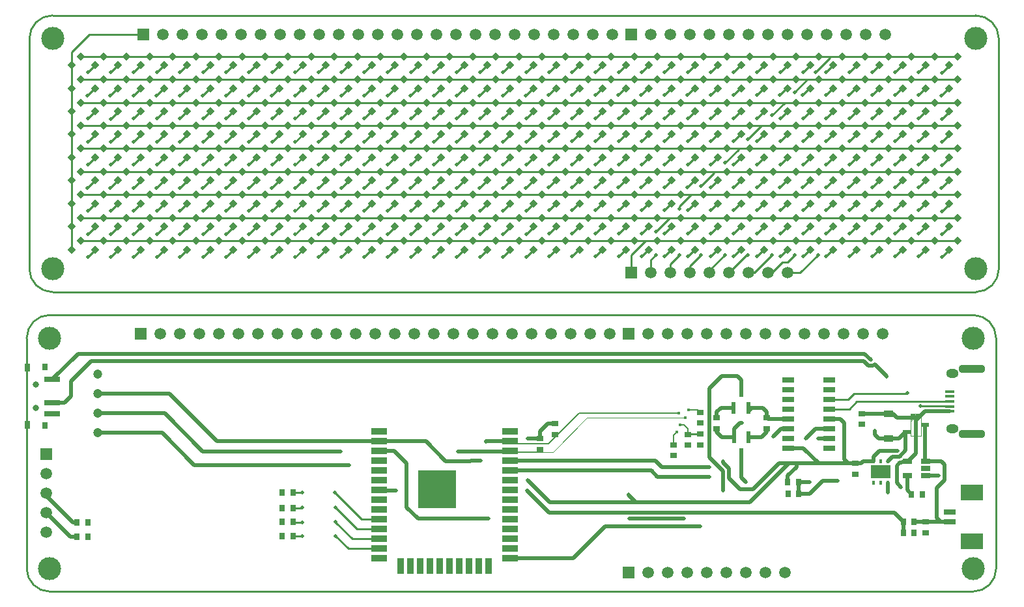
<source format=gtl>
%MOIN*%
%OFA0B0*%
%FSLAX44Y44*%
%IPPOS*%
%LPD*%
%ADD11C,0.00984251968503937*%
%ADD13C,0.005*%
%ADD15C,0.01*%
%ADD17C,0.0039370078740157488*%
%ADD18R,0.031496062992125991X0.035433070866141732*%
%ADD19R,0.07874015748031496X0.035433070866141732*%
%ADD20R,0.035433070866141732X0.07874015748031496*%
%ADD21R,0.19685039370078741X0.19685039370078741*%
%ADD22R,0.047244094488188976X0.017716535433070866*%
%ADD23R,0.11811023622047245X0.082677165354330714*%
%ADD24R,0.062992125984251982X0.031496062992125991*%
%ADD25R,0.035433070866141732X0.031496062992125991*%
%ADD26R,0.060000000000000005X0.025*%
%ADD27R,0.041338582677165357X0.023622047244094488*%
%ADD28R,0.017716535433070866X0.023622047244094488*%
%ADD29R,0.10236220472440946X0.070866141732283464*%
%ADD30R,0.047992125984251975X0.035984251968503939*%
%ADD31R,0.07874015748031496X0.0315*%
%ADD32R,0.0315X0.03937007874015748*%
%ADD33R,0.0315X0.035429133858267722*%
%ADD34R,0.023622047244094488X0.062992125984251982*%
%ADD35R,0.051181102362204731X0.027559055118110236*%
%ADD65C,0.01968503937007874*%
%ADD66C,0.047251968503937009*%
%ADD67R,0.043307086614173235X0.043307086614173235*%
%ADD68O,0.062992125984251982X0.047244094488188976*%
%ADD69O,0.070866141732283464X0.043307086614173235*%
%ADD70C,0.0315*%
%ADD71C,0.059055118110236227*%
%ADD72R,0.059055118110236227X0.059055118110236227*%
%ADD73R,0.059055118110236227X0.059055118110236227*%
%ADD74C,0.01968503937007874*%
%ADD75C,0.017716535433070866*%
%ADD76C,0.11811023622047245*%
%ADD89C,0.01*%
%ADD90P,0.044543307086614171X4X270*%
%ADD96R,0.059055118110236227X0.059055118110236227*%
%ADD97C,0.059055118110236227*%
%ADD98C,0.01968503937007874*%
%ADD99C,0.11811023622047245*%
G01*
G75*
D11*
X00019523Y00006352D02*
X00020659Y00006352D01*
X00018405Y00007470D02*
X00019523Y00006352D01*
X00018425Y00006003D02*
X00019076Y00005352D01*
X00018425Y00006702D02*
X00018425Y00006722D01*
X00018425Y00006702D02*
X00019275Y00005852D01*
X00018395Y00008218D02*
X00019761Y00006852D01*
X00020659Y00006852D01*
X00020627Y00005383D02*
X00020659Y00005352D01*
X00020576Y00005935D02*
X00020659Y00005852D01*
X00020614Y00006397D02*
X00020659Y00006352D01*
X00016250Y00008218D02*
X00016702Y00008218D01*
X00019076Y00005352D02*
X00020659Y00005352D01*
X00019275Y00005852D02*
X00020659Y00005852D01*
X00016250Y00005994D02*
X00016712Y00005994D01*
X00016712Y00005994D01*
X00016250Y00006722D02*
X00016259Y00006712D01*
X00016702Y00006712D01*
X00016250Y00007450D02*
X00016692Y00007450D01*
X00016702Y00007460D01*
X00016702Y00008218D02*
X00016702Y00008218D01*
X00036446Y00011210D02*
X00036456Y00011220D01*
X00037086Y00011220D01*
X00049832Y00012667D02*
X00049852Y00012647D01*
X00048336Y00012667D02*
X00049832Y00012667D01*
X00047677Y00013316D02*
X00047696Y00013336D01*
X00044960Y00013316D02*
X00047677Y00013316D01*
X00044657Y00013013D02*
X00044960Y00013316D01*
X00043698Y00013013D02*
X00044657Y00013013D01*
X00043698Y00012513D02*
X00044708Y00012513D01*
X00045098Y00012903D01*
X00049852Y00012903D01*
D13*
X00036476Y00012470D02*
X00036958Y00012470D01*
X00030895Y00012293D02*
X00035994Y00012293D01*
X00036043Y00011692D02*
X00036267Y00011692D01*
X00029320Y00010718D02*
X00030895Y00012293D01*
X00027486Y00010718D02*
X00029320Y00010718D01*
X00027389Y00010314D02*
X00028759Y00010314D01*
X00027352Y00010352D02*
X00027389Y00010314D01*
X00027352Y00010852D02*
X00027486Y00010718D01*
X00036446Y00011210D02*
X00036446Y00011513D01*
X00036267Y00011692D02*
X00036446Y00011513D01*
X00036958Y00012470D02*
X00037086Y00012342D01*
X00035708Y00010669D02*
X00035708Y00011171D01*
X00035875Y00011338D01*
D15*
X00003799Y00017331D02*
G03*
X00002618Y00016150J-00001181D01*
G01*
X00052224Y00016150D02*
G03*
X00051043Y00017331I-00001181D01*
G01*
X00051043Y00003158D02*
G03*
X00052224Y00004339J00001181D01*
G01*
X00002618Y00004339D02*
G03*
X00003799Y00003158I00001181D01*
G01*
X00002618Y00004339D02*
X00002618Y00016150D01*
X00003799Y00017321D02*
X00051043Y00017321D01*
X00003799Y00003158D02*
X00051043Y00003158D01*
X00052224Y00004339D02*
X00052224Y00016150D01*
D17*
X00031301Y00012059D02*
X00036316Y00012059D01*
X00028759Y00010314D02*
X00029557Y00010314D01*
X00031301Y00012059D01*
X00047864Y00012238D02*
X00047903Y00012277D01*
X00047864Y00012198D02*
X00047942Y00012277D01*
X00047864Y00012159D02*
X00047982Y00012277D01*
X00047864Y00012120D02*
X00048021Y00012277D01*
X00047864Y00012080D02*
X00048061Y00012277D01*
X00047864Y00012041D02*
X00048100Y00012277D01*
X00047864Y00012001D02*
X00048139Y00012277D01*
X00047864Y00011962D02*
X00048179Y00012277D01*
X00047864Y00011923D02*
X00048218Y00012277D01*
X00047864Y00011883D02*
X00048257Y00012277D01*
X00047864Y00011127D02*
X00048375Y00011127D01*
X00048375Y00012277D01*
X00047864Y00012277D02*
X00048375Y00012277D01*
X00047864Y00011127D02*
X00047864Y00012277D01*
D18*
X00042125Y00008179D02*
D03*
X00041574Y00008179D02*
D03*
X00005738Y00005964D02*
D03*
X00005186Y00005964D02*
D03*
X00047470Y00006742D02*
D03*
X00048021Y00006742D02*
D03*
X00048021Y00006181D02*
D03*
X00047470Y00006181D02*
D03*
X00041564Y00008769D02*
D03*
X00042116Y00008769D02*
D03*
X00048435Y00008149D02*
D03*
X00047883Y00008149D02*
D03*
X00005738Y00006712D02*
D03*
X00005186Y00006712D02*
D03*
X00016250Y00005994D02*
D03*
X00015698Y00005994D02*
D03*
X00016250Y00006722D02*
D03*
X00015698Y00006722D02*
D03*
X00016250Y00007450D02*
D03*
X00015698Y00007450D02*
D03*
X00016250Y00008218D02*
D03*
X00015698Y00008218D02*
D03*
D19*
X00027352Y00011352D02*
D03*
X00027352Y00010852D02*
D03*
X00027352Y00010352D02*
D03*
X00027352Y00009852D02*
D03*
X00027352Y00009352D02*
D03*
X00027352Y00008852D02*
D03*
X00027352Y00008352D02*
D03*
X00027352Y00007852D02*
D03*
X00027352Y00007352D02*
D03*
X00027352Y00006852D02*
D03*
X00027352Y00006352D02*
D03*
X00027352Y00005852D02*
D03*
X00027352Y00005352D02*
D03*
X00027352Y00004852D02*
D03*
X00020659Y00004852D02*
D03*
X00020659Y00005352D02*
D03*
X00020659Y00005852D02*
D03*
X00020659Y00006352D02*
D03*
X00020659Y00006852D02*
D03*
X00020659Y00007352D02*
D03*
X00020659Y00007852D02*
D03*
X00020659Y00008352D02*
D03*
X00020659Y00008852D02*
D03*
X00020659Y00009352D02*
D03*
X00020659Y00009852D02*
D03*
X00020659Y00010352D02*
D03*
X00020659Y00010852D02*
D03*
X00020659Y00011352D02*
D03*
D20*
X00026255Y00004458D02*
D03*
X00025755Y00004458D02*
D03*
X00025255Y00004458D02*
D03*
X00024755Y00004458D02*
D03*
X00024255Y00004458D02*
D03*
X00023755Y00004458D02*
D03*
X00023255Y00004458D02*
D03*
X00022755Y00004458D02*
D03*
X00022255Y00004458D02*
D03*
X00021755Y00004458D02*
D03*
D21*
X00023612Y00008399D02*
D03*
D22*
X00049852Y00012391D02*
D03*
X00049852Y00012647D02*
D03*
X00049852Y00012903D02*
D03*
X00049852Y00013159D02*
D03*
X00049852Y00013415D02*
D03*
D23*
X00050984Y00008238D02*
D03*
X00050984Y00005738D02*
D03*
D24*
X00049842Y00007234D02*
D03*
X00049842Y00006742D02*
D03*
D25*
X00037086Y00011791D02*
D03*
X00037086Y00012342D02*
D03*
X00035708Y00010118D02*
D03*
X00035708Y00010669D02*
D03*
X00045009Y00009183D02*
D03*
X00045009Y00009734D02*
D03*
X00045344Y00012273D02*
D03*
X00045344Y00011722D02*
D03*
X00037086Y00010669D02*
D03*
X00037086Y00011220D02*
D03*
X00036446Y00011210D02*
D03*
X00036446Y00010659D02*
D03*
X00037923Y00011505D02*
D03*
X00037923Y00012057D02*
D03*
X00040482Y00012066D02*
D03*
X00040482Y00011515D02*
D03*
X00048612Y00006179D02*
D03*
X00048612Y00006730D02*
D03*
X00028877Y00010984D02*
D03*
X00028877Y00010433D02*
D03*
X00029655Y00011761D02*
D03*
X00029655Y00011210D02*
D03*
D26*
X00043698Y00011013D02*
D03*
X00041576Y00012013D02*
D03*
X00043698Y00010513D02*
D03*
X00043698Y00011513D02*
D03*
X00043698Y00012013D02*
D03*
X00041576Y00011513D02*
D03*
X00041576Y00012513D02*
D03*
X00041576Y00013013D02*
D03*
X00043698Y00013013D02*
D03*
X00041576Y00014013D02*
D03*
X00043698Y00012513D02*
D03*
X00043698Y00013513D02*
D03*
X00041576Y00013513D02*
D03*
X00043698Y00014013D02*
D03*
X00041576Y00011013D02*
D03*
X00041576Y00010513D02*
D03*
D27*
X00047667Y00012076D02*
D03*
X00047667Y00011328D02*
D03*
X00048572Y00011702D02*
D03*
D28*
X00046683Y00008740D02*
D03*
X00046309Y00009842D02*
D03*
X00045935Y00008740D02*
D03*
X00046309Y00008740D02*
D03*
X00046683Y00009842D02*
D03*
X00045935Y00009842D02*
D03*
D29*
X00046309Y00009291D02*
D03*
D30*
X00046702Y00012278D02*
D03*
X00046702Y00010988D02*
D03*
D31*
X00003927Y00012254D02*
D03*
X00003927Y00014026D02*
D03*
X00003927Y00012845D02*
D03*
D32*
X00002657Y00011692D02*
D03*
X00002657Y00014645D02*
D03*
D33*
X00003543Y00011673D02*
D03*
X00003543Y00014665D02*
D03*
D34*
X00038799Y00012580D02*
D03*
X00039547Y00012580D02*
D03*
X00039173Y00013446D02*
D03*
X00039557Y00011062D02*
D03*
X00038809Y00011062D02*
D03*
X00039183Y00010196D02*
D03*
D35*
X00048622Y00009094D02*
D03*
X00048622Y00009468D02*
D03*
X00048622Y00009842D02*
D03*
X00047677Y00009842D02*
D03*
X00047677Y00009094D02*
D03*
D65*
X00033464Y00006889D02*
X00036267Y00006889D01*
X00022637Y00006889D02*
X00026255Y00006889D01*
X00022047Y00007480D02*
X00022637Y00006889D01*
X00022047Y00007480D02*
X00022047Y00009734D01*
X00021429Y00010352D02*
X00022047Y00009734D01*
X00020659Y00010352D02*
X00021429Y00010352D01*
X00042125Y00008759D02*
X00042696Y00008759D01*
X00039183Y00009015D02*
X00039429Y00008769D01*
X00039183Y00009015D02*
X00039183Y00010196D01*
X00039777Y00008399D02*
X00041112Y00009734D01*
X00039120Y00008399D02*
X00039777Y00008399D01*
X00038544Y00008974D02*
X00039120Y00008399D01*
X00038544Y00008974D02*
X00038544Y00009457D01*
X00038248Y00009753D02*
X00038544Y00009457D01*
X00038248Y00009753D02*
X00038248Y00009822D01*
X00041112Y00009734D02*
X00041604Y00009734D01*
X00042017Y00009734D01*
X00039606Y00007736D02*
X00041604Y00009734D01*
X00033769Y00007736D02*
X00039606Y00007736D01*
X00032232Y00006496D02*
X00037098Y00006496D01*
X00030588Y00004852D02*
X00032232Y00006496D01*
X00028208Y00008346D02*
X00029352Y00007202D01*
X00047009Y00007202D02*
X00047470Y00006742D01*
X00029352Y00007202D02*
X00047009Y00007202D01*
X00038248Y00008346D02*
X00038248Y00009334D01*
X00037539Y00010042D02*
X00038248Y00009334D01*
X00037539Y00010042D02*
X00037539Y00013570D01*
X00038179Y00014210D01*
X00038976Y00014210D01*
X00027352Y00004852D02*
X00030588Y00004852D01*
X00028877Y00011358D02*
X00029281Y00011761D01*
X00028877Y00010984D02*
X00028877Y00011358D01*
X00038976Y00014210D02*
X00039173Y00014013D01*
X00039173Y00013446D02*
X00039173Y00014013D01*
X00005905Y00014960D02*
X00045446Y00014960D01*
X00004872Y00013927D02*
X00005905Y00014960D01*
X00046012Y00014804D02*
X00046624Y00014192D01*
X00046012Y00014804D02*
X00046012Y00014804D01*
X00045930Y00014722D02*
X00046012Y00014804D01*
X00045684Y00014722D02*
X00045930Y00014722D01*
X00045446Y00014960D02*
X00045684Y00014722D01*
X00004872Y00013169D02*
X00004872Y00013927D01*
X00042125Y00008179D02*
X00042125Y00008759D01*
X00043336Y00008818D02*
X00044124Y00008818D01*
X00042696Y00008179D02*
X00043336Y00008818D01*
X00042125Y00008179D02*
X00042696Y00008179D01*
X00042017Y00009734D02*
X00043139Y00009734D01*
X00041564Y00008769D02*
X00041564Y00009094D01*
X00042017Y00009547D01*
X00042017Y00009734D01*
X00020659Y00008352D02*
X00020685Y00008326D01*
X00021525Y00008326D01*
X00028208Y00008346D02*
X00028248Y00008346D01*
X00047470Y00006181D02*
X00047470Y00006181D01*
X00047470Y00006742D01*
X00048600Y00006742D02*
X00048612Y00006730D01*
X00048021Y00006742D02*
X00048600Y00006742D01*
X00029399Y00007736D02*
X00033769Y00007736D01*
X00033405Y00008100D02*
X00033405Y00008139D01*
X00033405Y00008100D02*
X00033769Y00007736D01*
X00004970Y00006712D02*
X00005186Y00006712D01*
X00003622Y00008060D02*
X00004970Y00006712D01*
X00003622Y00008060D02*
X00003622Y00008202D01*
X00004860Y00005964D02*
X00005186Y00005964D01*
X00003622Y00007202D02*
X00004860Y00005964D01*
X00029281Y00011761D02*
X00029655Y00011761D01*
X00028844Y00011017D02*
X00028877Y00010984D01*
X00028238Y00011017D02*
X00028844Y00011017D01*
X00025334Y00009832D02*
X00025354Y00009852D01*
X00025846Y00009852D01*
X00028257Y00008877D02*
X00029399Y00007736D01*
X00024055Y00009832D02*
X00025334Y00009832D01*
X00023035Y00010852D02*
X00024055Y00009832D01*
X00020659Y00010852D02*
X00023035Y00010852D01*
X00044645Y00009734D02*
X00045009Y00009734D01*
X00043139Y00009734D02*
X00044645Y00009734D01*
X00042360Y00010513D02*
X00043139Y00009734D01*
X00041576Y00010513D02*
X00042360Y00010513D01*
X00026127Y00010852D02*
X00027352Y00010852D01*
X00026122Y00010846D02*
X00026127Y00010852D01*
X00027324Y00010324D02*
X00027352Y00010352D01*
X00024675Y00010324D02*
X00027324Y00010324D01*
X00011200Y00009645D02*
X00019104Y00009645D01*
X00009551Y00011295D02*
X00011200Y00009645D01*
X00006240Y00011295D02*
X00009551Y00011295D01*
X00011633Y00010344D02*
X00018700Y00010344D01*
X00009683Y00012295D02*
X00011633Y00010344D01*
X00006240Y00012295D02*
X00009683Y00012295D01*
X00009923Y00013295D02*
X00012366Y00010852D01*
X00006240Y00013295D02*
X00009923Y00013295D01*
X00012366Y00010852D02*
X00020659Y00010852D01*
X00042996Y00011513D02*
X00043698Y00011513D01*
X00042500Y00011017D02*
X00042996Y00011513D01*
X00043118Y00011013D02*
X00043698Y00011013D01*
X00027352Y00009852D02*
X00034801Y00009852D01*
X00035106Y00009547D02*
X00037539Y00009547D01*
X00034801Y00009852D02*
X00035106Y00009547D01*
X00027352Y00009352D02*
X00034594Y00009352D01*
X00034899Y00009047D02*
X00037539Y00009047D01*
X00034594Y00009352D02*
X00034899Y00009047D01*
X00038809Y00011062D02*
X00038809Y00011505D01*
X00039104Y00011801D01*
X00039222Y00011801D01*
X00040807Y00011102D02*
X00040807Y00011112D01*
X00041208Y00011513D01*
X00041576Y00011513D01*
X00039557Y00011062D02*
X00040216Y00011062D01*
X00040482Y00011328D01*
X00040482Y00011515D01*
X00040482Y00012066D02*
X00040482Y00012372D01*
X00040273Y00012580D02*
X00040482Y00012372D01*
X00039547Y00012580D02*
X00040273Y00012580D01*
X00040482Y00012066D02*
X00040535Y00012013D01*
X00038141Y00012580D02*
X00038799Y00012580D01*
X00037923Y00012362D02*
X00038141Y00012580D01*
X00037923Y00012057D02*
X00037923Y00012362D01*
X00037923Y00011318D02*
X00037923Y00011505D01*
X00037923Y00011318D02*
X00038179Y00011062D01*
X00038809Y00011062D01*
X00039547Y00012580D02*
X00039647Y00012480D01*
X00040535Y00012013D02*
X00041576Y00012013D01*
X00044448Y00009931D02*
X00044645Y00009734D01*
X00044448Y00009931D02*
X00044448Y00011811D01*
X00044246Y00012013D02*
X00044448Y00011811D01*
X00043698Y00012013D02*
X00044246Y00012013D01*
X00005245Y00015344D02*
X00045482Y00015344D01*
X00046225Y00010988D02*
X00046702Y00010988D01*
X00046003Y00011210D02*
X00046225Y00010988D01*
X00046003Y00011210D02*
X00046003Y00011417D01*
X00045482Y00015344D02*
X00045807Y00015019D01*
X00047598Y00010387D02*
X00047598Y00011328D01*
X00047278Y00010067D02*
X00047598Y00010387D01*
X00046907Y00010067D02*
X00047278Y00010067D01*
X00046683Y00009842D02*
X00046907Y00010067D01*
X00047473Y00009842D02*
X00047677Y00009842D01*
X00047401Y00009770D02*
X00047473Y00009842D01*
X00047290Y00009770D02*
X00047401Y00009770D01*
X00047135Y00009616D02*
X00047290Y00009770D01*
X00049389Y00006742D02*
X00049842Y00006742D01*
X00048624Y00006742D02*
X00049389Y00006742D01*
X00048612Y00006730D02*
X00048624Y00006742D01*
X00048622Y00009842D02*
X00049429Y00009842D01*
X00049596Y00009675D01*
X00049596Y00008877D02*
X00049596Y00009675D01*
X00049183Y00008464D02*
X00049596Y00008877D01*
X00049183Y00006948D02*
X00049183Y00008464D01*
X00049183Y00006948D02*
X00049389Y00006742D01*
X00047135Y00008720D02*
X00047135Y00009616D01*
X00047135Y00008720D02*
X00047362Y00008494D01*
X00047155Y00010364D02*
X00047175Y00010383D01*
X00046240Y00010364D02*
X00047155Y00010364D01*
X00045935Y00010059D02*
X00046240Y00010364D01*
X00045935Y00009842D02*
X00045935Y00010059D01*
X00047677Y00008356D02*
X00047883Y00008149D01*
X00047677Y00008356D02*
X00047677Y00009094D01*
X00048622Y00009094D02*
X00049281Y00009094D01*
X00045009Y00009734D02*
X00045305Y00009734D01*
X00045413Y00009842D01*
X00045935Y00009842D01*
X00048572Y00009891D02*
X00048622Y00009842D01*
X00048572Y00009891D02*
X00048572Y00011702D01*
X00048267Y00012076D02*
X00048582Y00012391D01*
X00048110Y00011919D02*
X00048267Y00012076D01*
X00047677Y00009842D02*
X00047706Y00009842D01*
X00048110Y00010246D01*
X00048110Y00011919D01*
X00046137Y00012278D02*
X00046702Y00012278D01*
X00046131Y00012273D02*
X00046137Y00012278D01*
X00045344Y00012273D02*
X00046131Y00012273D01*
X00047667Y00012076D02*
X00048267Y00012076D01*
X00048582Y00012391D02*
X00049852Y00012391D01*
X00046702Y00010988D02*
X00047258Y00010988D01*
X00047598Y00011328D01*
X00047155Y00012076D02*
X00047667Y00012076D01*
X00046953Y00012278D02*
X00047155Y00012076D01*
X00046702Y00012278D02*
X00046953Y00012278D01*
X00046673Y00008224D02*
X00046683Y00008234D01*
X00046683Y00008740D01*
X00046624Y00014183D02*
X00046624Y00014192D01*
X00004547Y00012845D02*
X00004872Y00013169D01*
X00003927Y00012845D02*
X00004547Y00012845D01*
X00003927Y00014026D02*
X00005245Y00015344D01*
D66*
X00006240Y00011295D02*
D03*
X00006240Y00012295D02*
D03*
X00006240Y00013295D02*
D03*
X00006240Y00014295D02*
D03*
D67*
X00050802Y00014566D02*
D03*
X00051166Y00014566D02*
D03*
X00051166Y00011240D02*
D03*
X00050802Y00011240D02*
D03*
D68*
X00049970Y00011486D02*
D03*
X00049970Y00014320D02*
D03*
D69*
X00050639Y00011240D02*
D03*
X00051328Y00011240D02*
D03*
X00051328Y00014566D02*
D03*
X00050639Y00014566D02*
D03*
D70*
X00003100Y00012578D02*
D03*
X00003100Y00013759D02*
D03*
D71*
X00003622Y00006202D02*
D03*
X00003622Y00007202D02*
D03*
X00003622Y00008202D02*
D03*
X00003622Y00009202D02*
D03*
X00034425Y00004142D02*
D03*
X00041425Y00004142D02*
D03*
X00040425Y00004142D02*
D03*
X00039425Y00004142D02*
D03*
X00038425Y00004142D02*
D03*
X00037425Y00004142D02*
D03*
X00036425Y00004142D02*
D03*
X00035425Y00004142D02*
D03*
X00042429Y00016357D02*
D03*
X00043429Y00016357D02*
D03*
X00046429Y00016357D02*
D03*
X00045429Y00016357D02*
D03*
X00044429Y00016357D02*
D03*
X00041429Y00016357D02*
D03*
X00025444Y00016357D02*
D03*
X00024444Y00016357D02*
D03*
X00023444Y00016357D02*
D03*
X00019444Y00016357D02*
D03*
X00020444Y00016357D02*
D03*
X00021444Y00016357D02*
D03*
X00022444Y00016357D02*
D03*
X00026444Y00016357D02*
D03*
X00009444Y00016357D02*
D03*
X00010444Y00016357D02*
D03*
X00011444Y00016357D02*
D03*
X00012444Y00016357D02*
D03*
X00013444Y00016357D02*
D03*
X00014444Y00016357D02*
D03*
X00015444Y00016357D02*
D03*
X00016444Y00016357D02*
D03*
X00017444Y00016357D02*
D03*
X00018444Y00016357D02*
D03*
X00027444Y00016357D02*
D03*
X00028444Y00016357D02*
D03*
X00029444Y00016357D02*
D03*
X00030444Y00016357D02*
D03*
X00031444Y00016357D02*
D03*
X00032444Y00016357D02*
D03*
X00040429Y00016357D02*
D03*
X00039429Y00016357D02*
D03*
X00038429Y00016357D02*
D03*
X00037429Y00016357D02*
D03*
X00036429Y00016357D02*
D03*
X00035429Y00016357D02*
D03*
X00034429Y00016357D02*
D03*
D72*
X00003622Y00010202D02*
D03*
D73*
X00033425Y00004142D02*
D03*
X00008444Y00016357D02*
D03*
X00033429Y00016357D02*
D03*
D74*
X00036267Y00006889D02*
D03*
X00033464Y00006889D02*
D03*
X00026255Y00006889D02*
D03*
X00042696Y00008759D02*
D03*
X00039429Y00008769D02*
D03*
X00037098Y00006496D02*
D03*
X00038248Y00008346D02*
D03*
X00044124Y00008818D02*
D03*
X00021525Y00008326D02*
D03*
X00028248Y00008346D02*
D03*
X00033405Y00008139D02*
D03*
X00038248Y00009822D02*
D03*
X00028238Y00011017D02*
D03*
X00025846Y00009852D02*
D03*
X00028257Y00008877D02*
D03*
X00026122Y00010846D02*
D03*
X00024675Y00010324D02*
D03*
X00019104Y00009645D02*
D03*
X00018700Y00010344D02*
D03*
X00018425Y00006003D02*
D03*
X00018425Y00006722D02*
D03*
X00018395Y00008218D02*
D03*
X00018405Y00007470D02*
D03*
X00016712Y00005994D02*
D03*
X00016702Y00006712D02*
D03*
X00016702Y00007460D02*
D03*
X00016702Y00008218D02*
D03*
X00042500Y00011017D02*
D03*
X00043118Y00011013D02*
D03*
X00037539Y00009547D02*
D03*
X00037539Y00009047D02*
D03*
X00039222Y00011801D02*
D03*
X00040807Y00011102D02*
D03*
X00048336Y00012667D02*
D03*
X00047696Y00013336D02*
D03*
X00046003Y00011417D02*
D03*
X00045807Y00015019D02*
D03*
X00047362Y00008494D02*
D03*
X00049281Y00009094D02*
D03*
X00047175Y00010383D02*
D03*
X00046673Y00008224D02*
D03*
X00046624Y00014183D02*
D03*
D75*
X00036316Y00012059D02*
D03*
X00036476Y00012470D02*
D03*
X00035994Y00012293D02*
D03*
X00036043Y00011692D02*
D03*
X00035875Y00011338D02*
D03*
D76*
X00003799Y00016150D02*
D03*
X00051043Y00016150D02*
D03*
X00051043Y00004339D02*
D03*
X00003799Y00004339D02*
D03*
G04 next file*
G04*
G04 #@! TF.GenerationSoftware,Altium Limited,Altium Designer,18.1.9 (240)*
G04*
G04 Layer_Physical_Order=1*
G04 Layer_Color=255*
G04 skipping 71
G01*
G75*
D89*
X00043730Y00030576D02*
X00044345Y00030576D01*
X00043164Y00030576D02*
X00043730Y00030576D01*
X00043730Y00030501D02*
X00043730Y00030576D01*
X00043001Y00029773D02*
X00043730Y00030501D01*
X00042194Y00019488D02*
X00043120Y00020413D01*
X00041562Y00019488D02*
X00042194Y00019488D01*
X00042566Y00029395D02*
X00043164Y00029395D01*
X00041983Y00029395D02*
X00042566Y00029395D01*
X00042566Y00029387D02*
X00042566Y00029395D01*
X00041919Y00028740D02*
X00042566Y00029387D01*
X00041549Y00020039D02*
X00041919Y00020408D01*
X00041289Y00020039D02*
X00041549Y00020039D01*
X00040738Y00019488D02*
X00041289Y00020039D01*
X00040562Y00019488D02*
X00040738Y00019488D01*
X00041417Y00028214D02*
X00041983Y00028214D01*
X00040802Y00028214D02*
X00041417Y00028214D01*
X00040767Y00027564D02*
X00041417Y00028214D01*
X00039846Y00019488D02*
X00040767Y00020408D01*
X00039562Y00019488D02*
X00039846Y00019488D01*
X00039621Y00027032D02*
X00040212Y00027032D01*
X00040802Y00027032D01*
X00039517Y00026338D02*
X00040212Y00027032D01*
X00039468Y00020393D02*
X00039517Y00020393D01*
X00038562Y00019488D02*
X00039468Y00020393D01*
X00039035Y00025851D02*
X00039621Y00025851D01*
X00038440Y00025851D02*
X00039035Y00025851D01*
X00039035Y00025816D02*
X00039035Y00025851D01*
X00038336Y00025118D02*
X00039035Y00025816D01*
X00037562Y00019620D02*
X00038336Y00020393D01*
X00037562Y00019488D02*
X00037562Y00019620D01*
X00037795Y00024670D02*
X00038440Y00024670D01*
X00037259Y00024670D02*
X00037795Y00024670D01*
X00037795Y00024616D02*
X00037795Y00024670D01*
X00037116Y00023937D02*
X00037795Y00024616D01*
X00037106Y00020393D02*
X00037116Y00020393D01*
X00036562Y00019850D02*
X00037106Y00020393D01*
X00036562Y00019488D02*
X00036562Y00019850D01*
X00036624Y00023489D02*
X00037259Y00023489D01*
X00036078Y00023489D02*
X00036624Y00023489D01*
X00036023Y00022889D02*
X00036624Y00023489D01*
X00036023Y00022765D02*
X00036023Y00022889D01*
X00035562Y00019948D02*
X00036023Y00020408D01*
X00035562Y00019488D02*
X00035562Y00019948D01*
X00035527Y00022308D02*
X00036078Y00022308D01*
X00034897Y00022308D02*
X00035527Y00022308D01*
X00034832Y00021614D02*
X00035527Y00022308D01*
X00034803Y00020393D02*
X00034812Y00020393D01*
X00034562Y00020153D02*
X00034803Y00020393D01*
X00034562Y00019488D02*
X00034562Y00020153D01*
X00034897Y00021127D02*
X00036078Y00021127D01*
X00034281Y00021127D02*
X00034897Y00021127D01*
X00033716Y00021127D02*
X00034281Y00021127D01*
X00033562Y00020408D02*
X00034281Y00021127D01*
X00033562Y00019488D02*
X00033562Y00020408D01*
X00008090Y00029763D02*
X00008457Y00030130D01*
X00007731Y00029395D02*
X00008912Y00029395D01*
X00012814Y00029763D02*
X00013182Y00030130D01*
X00012456Y00029395D02*
X00013637Y00029395D01*
X00048257Y00029783D02*
X00048624Y00030150D01*
X00047066Y00029783D02*
X00047434Y00030150D01*
X00045885Y00029783D02*
X00046252Y00030150D01*
X00044704Y00029783D02*
X00045071Y00030150D01*
X00043533Y00029783D02*
X00043900Y00030150D01*
X00042342Y00029783D02*
X00042709Y00030150D01*
X00041171Y00029783D02*
X00041538Y00030150D01*
X00039980Y00029783D02*
X00040347Y00030150D01*
X00038799Y00029783D02*
X00039166Y00030150D01*
X00037618Y00029783D02*
X00037985Y00030150D01*
X00036437Y00029783D02*
X00036804Y00030150D01*
X00035255Y00029783D02*
X00035622Y00030150D01*
X00034074Y00029783D02*
X00034441Y00030150D01*
X00032903Y00029783D02*
X00033270Y00030150D01*
X00031712Y00029783D02*
X00032079Y00030150D01*
X00030531Y00029783D02*
X00030898Y00030150D01*
X00029340Y00029783D02*
X00029707Y00030150D01*
X00005816Y00031702D02*
X00008582Y00031702D01*
X00004924Y00030810D02*
X00005816Y00031702D01*
X00004924Y00030130D02*
X00004924Y00030810D01*
X00005738Y00022667D02*
X00006105Y00023034D01*
X00005738Y00021476D02*
X00006105Y00021843D01*
X00004924Y00028949D02*
X00004924Y00030130D01*
X00004924Y00027768D02*
X00004924Y00028949D01*
X00004924Y00026587D02*
X00004924Y00027768D01*
X00004924Y00025406D02*
X00004924Y00026587D01*
X00004924Y00024225D02*
X00004924Y00025406D01*
X00004924Y00023044D02*
X00004924Y00024225D01*
X00004924Y00021863D02*
X00004924Y00023044D01*
X00004924Y00020682D02*
X00004924Y00021863D01*
X00005738Y00020305D02*
X00006105Y00020672D01*
X00005728Y00023848D02*
X00006095Y00024215D01*
X00005738Y00025029D02*
X00006105Y00025396D01*
X00005738Y00026210D02*
X00006105Y00026577D01*
X00005738Y00027391D02*
X00006105Y00027758D01*
X00005728Y00028582D02*
X00006095Y00028949D01*
X00005738Y00029763D02*
X00006105Y00030130D01*
X00005369Y00029395D02*
X00006550Y00029395D01*
X00048248Y00028602D02*
X00048615Y00028969D01*
X00048257Y00027411D02*
X00048624Y00027778D01*
X00048257Y00026230D02*
X00048624Y00026597D01*
X00048257Y00025049D02*
X00048624Y00025416D01*
X00048248Y00023868D02*
X00048615Y00024235D01*
X00048257Y00022687D02*
X00048624Y00023054D01*
X00048257Y00021496D02*
X00048624Y00021863D01*
X00048257Y00020324D02*
X00048624Y00020691D01*
X00047057Y00028602D02*
X00047424Y00028969D01*
X00047066Y00027411D02*
X00047434Y00027778D01*
X00047066Y00026230D02*
X00047434Y00026597D01*
X00047066Y00025049D02*
X00047434Y00025416D01*
X00047057Y00023868D02*
X00047424Y00024235D01*
X00047066Y00022687D02*
X00047434Y00023054D01*
X00047066Y00021496D02*
X00047434Y00021863D01*
X00047066Y00020324D02*
X00047434Y00020691D01*
X00045875Y00028602D02*
X00046243Y00028969D01*
X00045885Y00027411D02*
X00046252Y00027778D01*
X00045885Y00026230D02*
X00046252Y00026597D01*
X00045885Y00025049D02*
X00046252Y00025416D01*
X00045875Y00023868D02*
X00046243Y00024235D01*
X00045885Y00022687D02*
X00046252Y00023054D01*
X00045885Y00021496D02*
X00046252Y00021863D01*
X00045885Y00020324D02*
X00046252Y00020691D01*
X00044694Y00028602D02*
X00045061Y00028969D01*
X00044704Y00027411D02*
X00045071Y00027778D01*
X00044704Y00026230D02*
X00045071Y00026597D01*
X00044704Y00025049D02*
X00045071Y00025416D01*
X00044694Y00023868D02*
X00045061Y00024235D01*
X00044704Y00022687D02*
X00045071Y00023054D01*
X00044704Y00021496D02*
X00045071Y00021863D01*
X00044704Y00020324D02*
X00045071Y00020691D01*
X00043523Y00028602D02*
X00043890Y00028969D01*
X00043533Y00027411D02*
X00043900Y00027778D01*
X00043533Y00026230D02*
X00043900Y00026597D01*
X00043533Y00025049D02*
X00043900Y00025416D01*
X00043523Y00023868D02*
X00043890Y00024235D01*
X00043533Y00022687D02*
X00043900Y00023054D01*
X00043533Y00021496D02*
X00043900Y00021863D01*
X00043533Y00020324D02*
X00043900Y00020691D01*
X00042332Y00028602D02*
X00042699Y00028969D01*
X00042342Y00027411D02*
X00042709Y00027778D01*
X00042342Y00026230D02*
X00042709Y00026597D01*
X00042342Y00025049D02*
X00042709Y00025416D01*
X00042332Y00023868D02*
X00042699Y00024235D01*
X00042342Y00022687D02*
X00042709Y00023054D01*
X00042342Y00021496D02*
X00042709Y00021863D01*
X00042342Y00020324D02*
X00042709Y00020691D01*
X00041161Y00028602D02*
X00041528Y00028969D01*
X00041171Y00027411D02*
X00041538Y00027778D01*
X00041171Y00026230D02*
X00041538Y00026597D01*
X00041171Y00025049D02*
X00041538Y00025416D01*
X00041161Y00023868D02*
X00041528Y00024235D01*
X00041171Y00022687D02*
X00041538Y00023054D01*
X00041171Y00021496D02*
X00041538Y00021863D01*
X00041171Y00020324D02*
X00041538Y00020691D01*
X00039970Y00028602D02*
X00040337Y00028969D01*
X00039980Y00027411D02*
X00040347Y00027778D01*
X00039980Y00026230D02*
X00040347Y00026597D01*
X00039980Y00025049D02*
X00040347Y00025416D01*
X00039970Y00023868D02*
X00040337Y00024235D01*
X00039980Y00022687D02*
X00040347Y00023054D01*
X00039980Y00021496D02*
X00040347Y00021863D01*
X00039980Y00020324D02*
X00040347Y00020691D01*
X00038789Y00028602D02*
X00039156Y00028969D01*
X00038799Y00027411D02*
X00039166Y00027778D01*
X00038799Y00026230D02*
X00039166Y00026597D01*
X00038799Y00025049D02*
X00039166Y00025416D01*
X00038789Y00023868D02*
X00039156Y00024235D01*
X00038799Y00022687D02*
X00039166Y00023054D01*
X00038799Y00021496D02*
X00039166Y00021863D01*
X00038799Y00020324D02*
X00039166Y00020691D01*
X00037608Y00028602D02*
X00037975Y00028969D01*
X00037618Y00027411D02*
X00037985Y00027778D01*
X00037618Y00026230D02*
X00037985Y00026597D01*
X00037618Y00025049D02*
X00037985Y00025416D01*
X00037608Y00023868D02*
X00037975Y00024235D01*
X00037618Y00022687D02*
X00037985Y00023054D01*
X00037618Y00021496D02*
X00037985Y00021863D01*
X00037618Y00020324D02*
X00037985Y00020691D01*
X00036427Y00028602D02*
X00036794Y00028969D01*
X00036437Y00027411D02*
X00036804Y00027778D01*
X00036437Y00026230D02*
X00036804Y00026597D01*
X00036437Y00025049D02*
X00036804Y00025416D01*
X00036427Y00023868D02*
X00036794Y00024235D01*
X00036437Y00022687D02*
X00036804Y00023054D01*
X00036437Y00021496D02*
X00036804Y00021863D01*
X00036437Y00020324D02*
X00036804Y00020691D01*
X00035246Y00028602D02*
X00035613Y00028969D01*
X00035255Y00027411D02*
X00035622Y00027778D01*
X00035255Y00026230D02*
X00035622Y00026597D01*
X00035255Y00025049D02*
X00035622Y00025416D01*
X00035246Y00023868D02*
X00035613Y00024235D01*
X00035255Y00022687D02*
X00035622Y00023054D01*
X00035255Y00021496D02*
X00035622Y00021863D01*
X00035255Y00020324D02*
X00035622Y00020691D01*
X00034064Y00028602D02*
X00034432Y00028969D01*
X00034074Y00027411D02*
X00034441Y00027778D01*
X00034074Y00026230D02*
X00034441Y00026597D01*
X00034074Y00025049D02*
X00034441Y00025416D01*
X00034064Y00023868D02*
X00034432Y00024235D01*
X00034074Y00022687D02*
X00034441Y00023054D01*
X00034074Y00021496D02*
X00034441Y00021863D01*
X00034074Y00020324D02*
X00034441Y00020691D01*
X00032893Y00028602D02*
X00033260Y00028969D01*
X00032903Y00027411D02*
X00033270Y00027778D01*
X00032903Y00026230D02*
X00033270Y00026597D01*
X00032903Y00025049D02*
X00033270Y00025416D01*
X00032893Y00023868D02*
X00033260Y00024235D01*
X00032903Y00022687D02*
X00033270Y00023054D01*
X00032903Y00021496D02*
X00033270Y00021863D01*
X00032903Y00020324D02*
X00033270Y00020691D01*
X00031702Y00028602D02*
X00032069Y00028969D01*
X00031712Y00027411D02*
X00032079Y00027778D01*
X00031712Y00026230D02*
X00032079Y00026597D01*
X00031712Y00025049D02*
X00032079Y00025416D01*
X00031702Y00023868D02*
X00032069Y00024235D01*
X00031712Y00022687D02*
X00032079Y00023054D01*
X00031712Y00021496D02*
X00032079Y00021863D01*
X00031712Y00020324D02*
X00032079Y00020691D01*
X00030521Y00028602D02*
X00030888Y00028969D01*
X00030531Y00027411D02*
X00030898Y00027778D01*
X00030531Y00026230D02*
X00030898Y00026597D01*
X00030531Y00025049D02*
X00030898Y00025416D01*
X00030521Y00023868D02*
X00030888Y00024235D01*
X00030531Y00022687D02*
X00030898Y00023054D01*
X00030531Y00021496D02*
X00030898Y00021863D01*
X00030531Y00020324D02*
X00030898Y00020691D01*
X00029330Y00028602D02*
X00029697Y00028969D01*
X00029340Y00027411D02*
X00029707Y00027778D01*
X00029340Y00026230D02*
X00029707Y00026597D01*
X00029340Y00025049D02*
X00029707Y00025416D01*
X00029330Y00023868D02*
X00029697Y00024235D01*
X00029340Y00022687D02*
X00029707Y00023054D01*
X00029340Y00021496D02*
X00029707Y00021863D01*
X00029340Y00020324D02*
X00029707Y00020691D01*
X00028169Y00029763D02*
X00028536Y00030130D01*
X00028159Y00028582D02*
X00028526Y00028949D01*
X00028169Y00027391D02*
X00028536Y00027758D01*
X00028169Y00026210D02*
X00028536Y00026577D01*
X00028169Y00025029D02*
X00028536Y00025396D01*
X00028159Y00023848D02*
X00028526Y00024215D01*
X00028169Y00022667D02*
X00028536Y00023034D01*
X00028169Y00021476D02*
X00028536Y00021843D01*
X00028169Y00020305D02*
X00028536Y00020672D01*
X00049438Y00029744D02*
X00049806Y00030111D01*
X00049429Y00028562D02*
X00049796Y00028930D01*
X00049438Y00027372D02*
X00049806Y00027739D01*
X00049438Y00026190D02*
X00049806Y00026558D01*
X00049438Y00025009D02*
X00049806Y00025376D01*
X00049429Y00023828D02*
X00049796Y00024195D01*
X00049438Y00022647D02*
X00049806Y00023014D01*
X00049438Y00021456D02*
X00049806Y00021823D01*
X00049438Y00020285D02*
X00049806Y00020652D01*
X00026998Y00029763D02*
X00027365Y00030130D01*
X00026988Y00028582D02*
X00027355Y00028949D01*
X00026998Y00027391D02*
X00027365Y00027758D01*
X00026998Y00026210D02*
X00027365Y00026577D01*
X00026998Y00025029D02*
X00027365Y00025396D01*
X00026988Y00023848D02*
X00027355Y00024215D01*
X00026998Y00022667D02*
X00027365Y00023034D01*
X00026998Y00021476D02*
X00027365Y00021843D01*
X00026998Y00020305D02*
X00027365Y00020672D01*
X00025807Y00029763D02*
X00026174Y00030130D01*
X00025797Y00028582D02*
X00026164Y00028949D01*
X00025807Y00027391D02*
X00026174Y00027758D01*
X00025807Y00026210D02*
X00026174Y00026577D01*
X00025807Y00025029D02*
X00026174Y00025396D01*
X00025797Y00023848D02*
X00026164Y00024215D01*
X00025807Y00022667D02*
X00026174Y00023034D01*
X00025807Y00021476D02*
X00026174Y00021843D01*
X00025807Y00020305D02*
X00026174Y00020672D01*
X00024625Y00029763D02*
X00024993Y00030130D01*
X00024616Y00028582D02*
X00024983Y00028949D01*
X00024625Y00027391D02*
X00024993Y00027758D01*
X00024625Y00026210D02*
X00024993Y00026577D01*
X00024625Y00025029D02*
X00024993Y00025396D01*
X00024616Y00023848D02*
X00024983Y00024215D01*
X00024625Y00022667D02*
X00024993Y00023034D01*
X00024625Y00021476D02*
X00024993Y00021843D01*
X00024625Y00020305D02*
X00024993Y00020672D01*
X00023444Y00029763D02*
X00023811Y00030130D01*
X00023435Y00028582D02*
X00023802Y00028949D01*
X00023444Y00027391D02*
X00023811Y00027758D01*
X00023444Y00026210D02*
X00023811Y00026577D01*
X00023444Y00025029D02*
X00023811Y00025396D01*
X00023435Y00023848D02*
X00023802Y00024215D01*
X00023444Y00022667D02*
X00023811Y00023034D01*
X00023444Y00021476D02*
X00023811Y00021843D01*
X00023444Y00020305D02*
X00023811Y00020672D01*
X00022273Y00029763D02*
X00022640Y00030130D01*
X00022263Y00028582D02*
X00022630Y00028949D01*
X00022273Y00027391D02*
X00022640Y00027758D01*
X00022273Y00026210D02*
X00022640Y00026577D01*
X00022273Y00025029D02*
X00022640Y00025396D01*
X00022263Y00023848D02*
X00022630Y00024215D01*
X00022273Y00022667D02*
X00022640Y00023034D01*
X00022273Y00021476D02*
X00022640Y00021843D01*
X00022273Y00020305D02*
X00022640Y00020672D01*
X00021082Y00029763D02*
X00021449Y00030130D01*
X00021072Y00028582D02*
X00021439Y00028949D01*
X00021082Y00027391D02*
X00021449Y00027758D01*
X00021082Y00026210D02*
X00021449Y00026577D01*
X00021082Y00025029D02*
X00021449Y00025396D01*
X00021072Y00023848D02*
X00021439Y00024215D01*
X00021082Y00022667D02*
X00021449Y00023034D01*
X00021082Y00021476D02*
X00021449Y00021843D01*
X00021082Y00020305D02*
X00021449Y00020672D01*
X00019901Y00029763D02*
X00020268Y00030130D01*
X00019891Y00028582D02*
X00020258Y00028949D01*
X00019901Y00027391D02*
X00020268Y00027758D01*
X00019901Y00026210D02*
X00020268Y00026577D01*
X00019901Y00025029D02*
X00020268Y00025396D01*
X00019891Y00023848D02*
X00020258Y00024215D01*
X00019901Y00022667D02*
X00020268Y00023034D01*
X00019901Y00021476D02*
X00020268Y00021843D01*
X00019901Y00020305D02*
X00020268Y00020672D01*
X00018720Y00029763D02*
X00019087Y00030130D01*
X00018710Y00028582D02*
X00019077Y00028949D01*
X00018720Y00027391D02*
X00019087Y00027758D01*
X00018720Y00026210D02*
X00019087Y00026577D01*
X00018720Y00025029D02*
X00019087Y00025396D01*
X00018710Y00023848D02*
X00019077Y00024215D01*
X00018720Y00022667D02*
X00019087Y00023034D01*
X00018720Y00021476D02*
X00019087Y00021843D01*
X00018720Y00020305D02*
X00019087Y00020672D01*
X00017549Y00029763D02*
X00017916Y00030130D01*
X00017539Y00028582D02*
X00017906Y00028949D01*
X00017549Y00027391D02*
X00017916Y00027758D01*
X00017549Y00026210D02*
X00017916Y00026577D01*
X00017549Y00025029D02*
X00017916Y00025396D01*
X00017539Y00023848D02*
X00017906Y00024215D01*
X00017549Y00022667D02*
X00017916Y00023034D01*
X00017549Y00021476D02*
X00017916Y00021843D01*
X00017549Y00020305D02*
X00017916Y00020672D01*
X00016368Y00029763D02*
X00016735Y00030130D01*
X00016358Y00028582D02*
X00016725Y00028949D01*
X00016368Y00027391D02*
X00016735Y00027758D01*
X00016368Y00026210D02*
X00016735Y00026577D01*
X00016368Y00025029D02*
X00016735Y00025396D01*
X00016358Y00023848D02*
X00016725Y00024215D01*
X00016368Y00022667D02*
X00016735Y00023034D01*
X00016368Y00021476D02*
X00016735Y00021843D01*
X00016368Y00020305D02*
X00016735Y00020672D01*
X00015177Y00029763D02*
X00015544Y00030130D01*
X00015167Y00028582D02*
X00015534Y00028949D01*
X00015177Y00027391D02*
X00015544Y00027758D01*
X00015177Y00026210D02*
X00015544Y00026577D01*
X00015177Y00025029D02*
X00015544Y00025396D01*
X00015167Y00023848D02*
X00015534Y00024215D01*
X00015177Y00022667D02*
X00015544Y00023034D01*
X00015177Y00021476D02*
X00015544Y00021843D01*
X00015177Y00020305D02*
X00015544Y00020672D01*
X00013996Y00029763D02*
X00014363Y00030130D01*
X00013986Y00028582D02*
X00014353Y00028949D01*
X00013996Y00027391D02*
X00014363Y00027758D01*
X00013996Y00026210D02*
X00014363Y00026577D01*
X00013996Y00025029D02*
X00014363Y00025396D01*
X00013986Y00023848D02*
X00014353Y00024215D01*
X00013996Y00022667D02*
X00014363Y00023034D01*
X00013996Y00021476D02*
X00014363Y00021843D01*
X00013996Y00020305D02*
X00014363Y00020672D01*
X00012805Y00028582D02*
X00013172Y00028949D01*
X00012814Y00027391D02*
X00013182Y00027758D01*
X00012814Y00026210D02*
X00013182Y00026577D01*
X00012814Y00025029D02*
X00013182Y00025396D01*
X00012805Y00023848D02*
X00013172Y00024215D01*
X00012814Y00022667D02*
X00013182Y00023034D01*
X00012814Y00021476D02*
X00013182Y00021843D01*
X00012814Y00020305D02*
X00013182Y00020672D01*
X00011643Y00029763D02*
X00012010Y00030130D01*
X00011633Y00028582D02*
X00012000Y00028949D01*
X00011643Y00027391D02*
X00012010Y00027758D01*
X00011643Y00026210D02*
X00012010Y00026577D01*
X00011643Y00025029D02*
X00012010Y00025396D01*
X00011633Y00023848D02*
X00012000Y00024215D01*
X00011643Y00022667D02*
X00012010Y00023034D01*
X00011643Y00021476D02*
X00012010Y00021843D01*
X00011643Y00020305D02*
X00012010Y00020672D01*
X00010462Y00029763D02*
X00010829Y00030130D01*
X00010452Y00028582D02*
X00010819Y00028949D01*
X00010462Y00027391D02*
X00010829Y00027758D01*
X00010462Y00026210D02*
X00010829Y00026577D01*
X00010462Y00025029D02*
X00010829Y00025396D01*
X00010452Y00023848D02*
X00010819Y00024215D01*
X00010462Y00022667D02*
X00010829Y00023034D01*
X00010462Y00021476D02*
X00010829Y00021843D01*
X00010462Y00020305D02*
X00010829Y00020672D01*
X00009271Y00029763D02*
X00009638Y00030130D01*
X00009261Y00028582D02*
X00009628Y00028949D01*
X00009271Y00027391D02*
X00009638Y00027758D01*
X00009271Y00026210D02*
X00009638Y00026577D01*
X00009271Y00025029D02*
X00009638Y00025396D01*
X00009261Y00023848D02*
X00009628Y00024215D01*
X00009271Y00022667D02*
X00009638Y00023034D01*
X00009271Y00021476D02*
X00009638Y00021843D01*
X00009271Y00020305D02*
X00009638Y00020672D01*
X00008080Y00028582D02*
X00008447Y00028949D01*
X00008090Y00027391D02*
X00008457Y00027758D01*
X00008090Y00026210D02*
X00008457Y00026577D01*
X00008090Y00025029D02*
X00008457Y00025396D01*
X00008080Y00023848D02*
X00008447Y00024215D01*
X00008090Y00022667D02*
X00008457Y00023034D01*
X00008090Y00021476D02*
X00008457Y00021843D01*
X00008090Y00020305D02*
X00008457Y00020672D01*
X00006909Y00029753D02*
X00007276Y00030121D01*
X00006899Y00028572D02*
X00007266Y00028939D01*
X00006909Y00027381D02*
X00007276Y00027749D01*
X00006909Y00026200D02*
X00007276Y00026567D01*
X00006909Y00025019D02*
X00007276Y00025386D01*
X00006899Y00023838D02*
X00007266Y00024205D01*
X00006909Y00022657D02*
X00007276Y00023024D01*
X00006909Y00021466D02*
X00007276Y00021833D01*
X00006909Y00020295D02*
X00007276Y00020662D01*
X00005369Y00021127D02*
X00006550Y00021127D01*
X00007731Y00021127D01*
X00008912Y00021127D01*
X00010094Y00021127D01*
X00011275Y00021127D01*
X00012456Y00021127D01*
X00013637Y00021127D01*
X00014818Y00021127D01*
X00015999Y00021127D01*
X00017180Y00021127D01*
X00018361Y00021127D01*
X00019542Y00021127D01*
X00020723Y00021127D01*
X00021905Y00021127D01*
X00023086Y00021127D01*
X00024267Y00021127D01*
X00025448Y00021127D01*
X00026629Y00021127D01*
X00027810Y00021127D01*
X00028991Y00021127D01*
X00030172Y00021127D01*
X00031353Y00021127D01*
X00032534Y00021127D01*
X00033716Y00021127D01*
X00036078Y00021127D02*
X00037259Y00021127D01*
X00038440Y00021127D01*
X00039621Y00021127D01*
X00040802Y00021127D01*
X00041983Y00021127D01*
X00043164Y00021127D01*
X00044345Y00021127D01*
X00045527Y00021127D01*
X00046708Y00021127D01*
X00047889Y00021127D01*
X00049070Y00021127D01*
X00050251Y00021127D01*
X00005369Y00022308D02*
X00006550Y00022308D01*
X00007731Y00022308D01*
X00008912Y00022308D01*
X00010094Y00022308D01*
X00011275Y00022308D01*
X00012456Y00022308D01*
X00013637Y00022308D01*
X00014818Y00022308D01*
X00015999Y00022308D01*
X00017180Y00022308D01*
X00018361Y00022308D01*
X00019542Y00022308D01*
X00020723Y00022308D01*
X00021905Y00022308D01*
X00023086Y00022308D01*
X00024267Y00022308D01*
X00025448Y00022308D01*
X00026629Y00022308D01*
X00027810Y00022308D01*
X00028991Y00022308D01*
X00030172Y00022308D01*
X00031353Y00022308D01*
X00032534Y00022308D01*
X00033716Y00022308D01*
X00034897Y00022308D01*
X00036078Y00022308D02*
X00037259Y00022308D01*
X00038440Y00022308D01*
X00039621Y00022308D01*
X00040802Y00022308D01*
X00041983Y00022308D01*
X00043164Y00022308D01*
X00044345Y00022308D01*
X00045527Y00022308D01*
X00046708Y00022308D01*
X00047889Y00022308D01*
X00049070Y00022308D01*
X00050251Y00022308D01*
X00005369Y00023489D02*
X00006550Y00023489D01*
X00007731Y00023489D01*
X00008912Y00023489D01*
X00010094Y00023489D01*
X00011275Y00023489D01*
X00012456Y00023489D01*
X00013637Y00023489D01*
X00014818Y00023489D01*
X00015999Y00023489D01*
X00017180Y00023489D01*
X00018361Y00023489D01*
X00019542Y00023489D01*
X00020723Y00023489D01*
X00021905Y00023489D01*
X00023086Y00023489D01*
X00024267Y00023489D01*
X00025448Y00023489D01*
X00026629Y00023489D01*
X00027810Y00023489D01*
X00028991Y00023489D01*
X00030172Y00023489D01*
X00031353Y00023489D01*
X00032534Y00023489D01*
X00033716Y00023489D01*
X00034897Y00023489D01*
X00036078Y00023489D01*
X00037259Y00023489D02*
X00038440Y00023489D01*
X00039621Y00023489D01*
X00040802Y00023489D01*
X00041983Y00023489D01*
X00043164Y00023489D01*
X00044345Y00023489D01*
X00045527Y00023489D01*
X00046708Y00023489D01*
X00047889Y00023489D01*
X00049070Y00023489D01*
X00050251Y00023489D01*
X00005369Y00024670D02*
X00006550Y00024670D01*
X00007731Y00024670D01*
X00008912Y00024670D01*
X00010094Y00024670D01*
X00011275Y00024670D01*
X00012456Y00024670D01*
X00013637Y00024670D01*
X00014818Y00024670D01*
X00015999Y00024670D01*
X00017180Y00024670D01*
X00018361Y00024670D01*
X00019542Y00024670D01*
X00020723Y00024670D01*
X00021905Y00024670D01*
X00023086Y00024670D01*
X00024267Y00024670D01*
X00025448Y00024670D01*
X00026629Y00024670D01*
X00027810Y00024670D01*
X00028991Y00024670D01*
X00030172Y00024670D01*
X00031353Y00024670D01*
X00032534Y00024670D01*
X00033716Y00024670D01*
X00034897Y00024670D01*
X00036078Y00024670D01*
X00037259Y00024670D01*
X00038440Y00024670D02*
X00039621Y00024670D01*
X00040802Y00024670D01*
X00041983Y00024670D01*
X00043164Y00024670D01*
X00044345Y00024670D01*
X00045527Y00024670D01*
X00046708Y00024670D01*
X00047889Y00024670D01*
X00049070Y00024670D01*
X00050251Y00024670D01*
X00005369Y00025851D02*
X00006550Y00025851D01*
X00007731Y00025851D01*
X00008912Y00025851D01*
X00010094Y00025851D01*
X00011275Y00025851D01*
X00012456Y00025851D01*
X00013637Y00025851D01*
X00014818Y00025851D01*
X00015999Y00025851D01*
X00017180Y00025851D01*
X00018361Y00025851D01*
X00019542Y00025851D01*
X00020723Y00025851D01*
X00021905Y00025851D01*
X00023086Y00025851D01*
X00024267Y00025851D01*
X00025448Y00025851D01*
X00026629Y00025851D01*
X00027810Y00025851D01*
X00028991Y00025851D01*
X00030172Y00025851D01*
X00031353Y00025851D01*
X00032534Y00025851D01*
X00033716Y00025851D01*
X00034897Y00025851D01*
X00036078Y00025851D01*
X00037259Y00025851D01*
X00038440Y00025851D01*
X00039621Y00025851D02*
X00040802Y00025851D01*
X00041983Y00025851D01*
X00043164Y00025851D01*
X00044345Y00025851D01*
X00045527Y00025851D01*
X00046708Y00025851D01*
X00047889Y00025851D01*
X00049070Y00025851D01*
X00050251Y00025851D01*
X00005369Y00027032D02*
X00006550Y00027032D01*
X00007731Y00027032D01*
X00008912Y00027032D01*
X00010094Y00027032D01*
X00011275Y00027032D01*
X00012456Y00027032D01*
X00013637Y00027032D01*
X00014818Y00027032D01*
X00015999Y00027032D01*
X00017180Y00027032D01*
X00018361Y00027032D01*
X00019542Y00027032D01*
X00020723Y00027032D01*
X00021905Y00027032D01*
X00023086Y00027032D01*
X00024267Y00027032D01*
X00025448Y00027032D01*
X00026629Y00027032D01*
X00027810Y00027032D01*
X00028991Y00027032D01*
X00030172Y00027032D01*
X00031353Y00027032D01*
X00032534Y00027032D01*
X00033716Y00027032D01*
X00034897Y00027032D01*
X00036078Y00027032D01*
X00037259Y00027032D01*
X00038440Y00027032D01*
X00039621Y00027032D01*
X00040802Y00027032D02*
X00041983Y00027032D01*
X00043164Y00027032D01*
X00044345Y00027032D01*
X00045527Y00027032D01*
X00046708Y00027032D01*
X00047889Y00027032D01*
X00049070Y00027032D01*
X00050251Y00027032D01*
X00005369Y00028214D02*
X00006550Y00028214D01*
X00007731Y00028214D01*
X00008912Y00028214D01*
X00010094Y00028214D01*
X00011275Y00028214D01*
X00012456Y00028214D01*
X00013637Y00028214D01*
X00014818Y00028214D01*
X00015999Y00028214D01*
X00017180Y00028214D01*
X00018361Y00028214D01*
X00019542Y00028214D01*
X00020723Y00028214D01*
X00021905Y00028214D01*
X00023086Y00028214D01*
X00024267Y00028214D01*
X00025448Y00028214D01*
X00026629Y00028214D01*
X00027810Y00028214D01*
X00028991Y00028214D01*
X00030172Y00028214D01*
X00031353Y00028214D01*
X00032534Y00028214D01*
X00033716Y00028214D01*
X00034897Y00028214D01*
X00036078Y00028214D01*
X00037259Y00028214D01*
X00038440Y00028214D01*
X00039621Y00028214D01*
X00040802Y00028214D01*
X00041983Y00028214D02*
X00043164Y00028214D01*
X00044345Y00028214D01*
X00045527Y00028214D01*
X00046708Y00028214D01*
X00047889Y00028214D01*
X00049070Y00028214D01*
X00050251Y00028214D01*
X00006550Y00029395D02*
X00007731Y00029395D01*
X00008912Y00029395D02*
X00010094Y00029395D01*
X00011275Y00029395D01*
X00012456Y00029395D01*
X00013637Y00029395D02*
X00014818Y00029395D01*
X00015999Y00029395D01*
X00017180Y00029395D01*
X00018361Y00029395D01*
X00019542Y00029395D01*
X00020723Y00029395D01*
X00021905Y00029395D01*
X00023086Y00029395D01*
X00024267Y00029395D01*
X00025448Y00029395D01*
X00026629Y00029395D01*
X00027810Y00029395D01*
X00028991Y00029395D01*
X00030172Y00029395D01*
X00031353Y00029395D01*
X00032534Y00029395D01*
X00033716Y00029395D01*
X00034897Y00029395D01*
X00036078Y00029395D01*
X00037259Y00029395D01*
X00038440Y00029395D01*
X00039621Y00029395D01*
X00040802Y00029395D01*
X00041983Y00029395D01*
X00043164Y00029395D02*
X00044345Y00029395D01*
X00045527Y00029395D01*
X00046708Y00029395D01*
X00047889Y00029395D01*
X00049070Y00029395D01*
X00050251Y00029395D01*
X00049070Y00030576D02*
X00050251Y00030576D01*
X00047889Y00030576D02*
X00049070Y00030576D01*
X00046708Y00030576D02*
X00047889Y00030576D01*
X00045527Y00030576D02*
X00046708Y00030576D01*
X00044345Y00030576D02*
X00045527Y00030576D01*
X00041983Y00030576D02*
X00043164Y00030576D01*
X00040802Y00030576D02*
X00041983Y00030576D01*
X00039621Y00030576D02*
X00040802Y00030576D01*
X00038440Y00030576D02*
X00039621Y00030576D01*
X00037259Y00030576D02*
X00038440Y00030576D01*
X00036078Y00030576D02*
X00037259Y00030576D01*
X00034897Y00030576D02*
X00036078Y00030576D01*
X00033716Y00030576D02*
X00034897Y00030576D01*
X00032534Y00030576D02*
X00033716Y00030576D01*
X00031353Y00030576D02*
X00032534Y00030576D01*
X00030172Y00030576D02*
X00031353Y00030576D01*
X00028991Y00030576D02*
X00030172Y00030576D01*
X00027810Y00030576D02*
X00028991Y00030576D01*
X00026629Y00030576D02*
X00027810Y00030576D01*
X00025448Y00030576D02*
X00026629Y00030576D01*
X00024267Y00030576D02*
X00025448Y00030576D01*
X00023086Y00030576D02*
X00024267Y00030576D01*
X00021905Y00030576D02*
X00023086Y00030576D01*
X00020723Y00030576D02*
X00021905Y00030576D01*
X00019542Y00030576D02*
X00020723Y00030576D01*
X00018361Y00030576D02*
X00019542Y00030576D01*
X00017180Y00030576D02*
X00018361Y00030576D01*
X00015999Y00030576D02*
X00017180Y00030576D01*
X00014818Y00030576D02*
X00015999Y00030576D01*
X00013637Y00030576D02*
X00014818Y00030576D01*
X00012456Y00030576D02*
X00013637Y00030576D01*
X00011275Y00030576D02*
X00012456Y00030576D01*
X00010094Y00030576D02*
X00011275Y00030576D01*
X00008912Y00030576D02*
X00010094Y00030576D01*
X00007731Y00030576D02*
X00008912Y00030576D01*
X00006550Y00030576D02*
X00007731Y00030576D01*
X00005369Y00030576D02*
X00006550Y00030576D01*
X00002755Y00019685D02*
G03*
X00003937Y00018503I00001181D01*
G01*
X00051181Y00018503D02*
G03*
X00052362Y00019685J00001181D01*
G01*
X00052362Y00031496D02*
G03*
X00051181Y00032677I-00001181D01*
G01*
X00003937Y00032677D02*
G03*
X00002755Y00031496J-00001181D01*
G01*
X00052362Y00019685D02*
X00052362Y00031496D01*
X00003937Y00018503D02*
X00051181Y00018503D01*
X00003937Y00032667D02*
X00051181Y00032667D01*
X00002755Y00019685D02*
X00002755Y00031496D01*
D90*
X00050251Y00021127D02*
D03*
X00049806Y00020682D02*
D03*
X00049070Y00021127D02*
D03*
X00048624Y00020682D02*
D03*
X00047889Y00021127D02*
D03*
X00047443Y00020682D02*
D03*
X00046708Y00021127D02*
D03*
X00046262Y00020682D02*
D03*
X00045527Y00021127D02*
D03*
X00045081Y00020682D02*
D03*
X00044345Y00021127D02*
D03*
X00043900Y00020682D02*
D03*
X00043164Y00021127D02*
D03*
X00042719Y00020682D02*
D03*
X00041983Y00021127D02*
D03*
X00041538Y00020682D02*
D03*
X00040802Y00021127D02*
D03*
X00040357Y00020682D02*
D03*
X00039621Y00021127D02*
D03*
X00039176Y00020682D02*
D03*
X00038440Y00021127D02*
D03*
X00037995Y00020682D02*
D03*
X00037259Y00021127D02*
D03*
X00036813Y00020682D02*
D03*
X00036078Y00021127D02*
D03*
X00035632Y00020682D02*
D03*
X00034897Y00021127D02*
D03*
X00034451Y00020682D02*
D03*
X00033716Y00021127D02*
D03*
X00033270Y00020682D02*
D03*
X00032534Y00021127D02*
D03*
X00032089Y00020682D02*
D03*
X00031353Y00021127D02*
D03*
X00030908Y00020682D02*
D03*
X00030172Y00021127D02*
D03*
X00029727Y00020682D02*
D03*
X00028991Y00021127D02*
D03*
X00028546Y00020682D02*
D03*
X00027810Y00021127D02*
D03*
X00027365Y00020682D02*
D03*
X00026629Y00021127D02*
D03*
X00026184Y00020682D02*
D03*
X00025448Y00021127D02*
D03*
X00025002Y00020682D02*
D03*
X00024267Y00021127D02*
D03*
X00023821Y00020682D02*
D03*
X00023086Y00021127D02*
D03*
X00022640Y00020682D02*
D03*
X00021905Y00021127D02*
D03*
X00021459Y00020682D02*
D03*
X00020723Y00021127D02*
D03*
X00020278Y00020682D02*
D03*
X00019542Y00021127D02*
D03*
X00019097Y00020682D02*
D03*
X00018361Y00021127D02*
D03*
X00017916Y00020682D02*
D03*
X00017180Y00021127D02*
D03*
X00016735Y00020682D02*
D03*
X00015999Y00021127D02*
D03*
X00015554Y00020682D02*
D03*
X00014818Y00021127D02*
D03*
X00014372Y00020682D02*
D03*
X00013637Y00021127D02*
D03*
X00013191Y00020682D02*
D03*
X00012456Y00021127D02*
D03*
X00012010Y00020682D02*
D03*
X00011275Y00021127D02*
D03*
X00010829Y00020682D02*
D03*
X00010094Y00021127D02*
D03*
X00009648Y00020682D02*
D03*
X00008912Y00021127D02*
D03*
X00008467Y00020682D02*
D03*
X00007731Y00021127D02*
D03*
X00007286Y00020682D02*
D03*
X00006550Y00021127D02*
D03*
X00006105Y00020682D02*
D03*
X00005369Y00021127D02*
D03*
X00004924Y00020682D02*
D03*
X00050251Y00022308D02*
D03*
X00049806Y00021863D02*
D03*
X00049070Y00022308D02*
D03*
X00048624Y00021863D02*
D03*
X00047889Y00022308D02*
D03*
X00047443Y00021863D02*
D03*
X00046708Y00022308D02*
D03*
X00046262Y00021863D02*
D03*
X00045527Y00022308D02*
D03*
X00045081Y00021863D02*
D03*
X00044345Y00022308D02*
D03*
X00043900Y00021863D02*
D03*
X00043164Y00022308D02*
D03*
X00042719Y00021863D02*
D03*
X00041983Y00022308D02*
D03*
X00041538Y00021863D02*
D03*
X00040802Y00022308D02*
D03*
X00040357Y00021863D02*
D03*
X00039621Y00022308D02*
D03*
X00039176Y00021863D02*
D03*
X00038440Y00022308D02*
D03*
X00037995Y00021863D02*
D03*
X00037259Y00022308D02*
D03*
X00036813Y00021863D02*
D03*
X00036078Y00022308D02*
D03*
X00035632Y00021863D02*
D03*
X00034897Y00022308D02*
D03*
X00034451Y00021863D02*
D03*
X00033716Y00022308D02*
D03*
X00033270Y00021863D02*
D03*
X00032534Y00022308D02*
D03*
X00032089Y00021863D02*
D03*
X00031353Y00022308D02*
D03*
X00030908Y00021863D02*
D03*
X00030172Y00022308D02*
D03*
X00029727Y00021863D02*
D03*
X00028991Y00022308D02*
D03*
X00028546Y00021863D02*
D03*
X00027810Y00022308D02*
D03*
X00027365Y00021863D02*
D03*
X00026629Y00022308D02*
D03*
X00026184Y00021863D02*
D03*
X00025448Y00022308D02*
D03*
X00025002Y00021863D02*
D03*
X00024267Y00022308D02*
D03*
X00023821Y00021863D02*
D03*
X00023086Y00022308D02*
D03*
X00022640Y00021863D02*
D03*
X00021905Y00022308D02*
D03*
X00021459Y00021863D02*
D03*
X00020723Y00022308D02*
D03*
X00020278Y00021863D02*
D03*
X00019542Y00022308D02*
D03*
X00019097Y00021863D02*
D03*
X00018361Y00022308D02*
D03*
X00017916Y00021863D02*
D03*
X00017180Y00022308D02*
D03*
X00016735Y00021863D02*
D03*
X00015999Y00022308D02*
D03*
X00015554Y00021863D02*
D03*
X00014818Y00022308D02*
D03*
X00014372Y00021863D02*
D03*
X00013637Y00022308D02*
D03*
X00013191Y00021863D02*
D03*
X00012456Y00022308D02*
D03*
X00012010Y00021863D02*
D03*
X00011275Y00022308D02*
D03*
X00010829Y00021863D02*
D03*
X00010094Y00022308D02*
D03*
X00009648Y00021863D02*
D03*
X00008912Y00022308D02*
D03*
X00008467Y00021863D02*
D03*
X00007731Y00022308D02*
D03*
X00007286Y00021863D02*
D03*
X00006550Y00022308D02*
D03*
X00006105Y00021863D02*
D03*
X00005369Y00022308D02*
D03*
X00004924Y00021863D02*
D03*
X00050251Y00023489D02*
D03*
X00049806Y00023044D02*
D03*
X00049070Y00023489D02*
D03*
X00048624Y00023044D02*
D03*
X00047889Y00023489D02*
D03*
X00047443Y00023044D02*
D03*
X00046708Y00023489D02*
D03*
X00046262Y00023044D02*
D03*
X00045527Y00023489D02*
D03*
X00045081Y00023044D02*
D03*
X00044345Y00023489D02*
D03*
X00043900Y00023044D02*
D03*
X00043164Y00023489D02*
D03*
X00042719Y00023044D02*
D03*
X00041983Y00023489D02*
D03*
X00041538Y00023044D02*
D03*
X00040802Y00023489D02*
D03*
X00040357Y00023044D02*
D03*
X00039621Y00023489D02*
D03*
X00039176Y00023044D02*
D03*
X00038440Y00023489D02*
D03*
X00037995Y00023044D02*
D03*
X00037259Y00023489D02*
D03*
X00036813Y00023044D02*
D03*
X00036078Y00023489D02*
D03*
X00035632Y00023044D02*
D03*
X00034897Y00023489D02*
D03*
X00034451Y00023044D02*
D03*
X00033716Y00023489D02*
D03*
X00033270Y00023044D02*
D03*
X00032534Y00023489D02*
D03*
X00032089Y00023044D02*
D03*
X00031353Y00023489D02*
D03*
X00030908Y00023044D02*
D03*
X00030172Y00023489D02*
D03*
X00029727Y00023044D02*
D03*
X00028991Y00023489D02*
D03*
X00028546Y00023044D02*
D03*
X00027810Y00023489D02*
D03*
X00027365Y00023044D02*
D03*
X00026629Y00023489D02*
D03*
X00026184Y00023044D02*
D03*
X00025448Y00023489D02*
D03*
X00025002Y00023044D02*
D03*
X00024267Y00023489D02*
D03*
X00023821Y00023044D02*
D03*
X00023086Y00023489D02*
D03*
X00022640Y00023044D02*
D03*
X00021905Y00023489D02*
D03*
X00021459Y00023044D02*
D03*
X00020723Y00023489D02*
D03*
X00020278Y00023044D02*
D03*
X00019542Y00023489D02*
D03*
X00019097Y00023044D02*
D03*
X00018361Y00023489D02*
D03*
X00017916Y00023044D02*
D03*
X00017180Y00023489D02*
D03*
X00016735Y00023044D02*
D03*
X00015999Y00023489D02*
D03*
X00015554Y00023044D02*
D03*
X00014818Y00023489D02*
D03*
X00014372Y00023044D02*
D03*
X00013637Y00023489D02*
D03*
X00013191Y00023044D02*
D03*
X00012456Y00023489D02*
D03*
X00012010Y00023044D02*
D03*
X00011275Y00023489D02*
D03*
X00010829Y00023044D02*
D03*
X00010094Y00023489D02*
D03*
X00009648Y00023044D02*
D03*
X00008912Y00023489D02*
D03*
X00008467Y00023044D02*
D03*
X00007731Y00023489D02*
D03*
X00007286Y00023044D02*
D03*
X00006550Y00023489D02*
D03*
X00006105Y00023044D02*
D03*
X00005369Y00023489D02*
D03*
X00004924Y00023044D02*
D03*
X00050251Y00024670D02*
D03*
X00049806Y00024225D02*
D03*
X00049070Y00024670D02*
D03*
X00048624Y00024225D02*
D03*
X00047889Y00024670D02*
D03*
X00047443Y00024225D02*
D03*
X00046708Y00024670D02*
D03*
X00046262Y00024225D02*
D03*
X00045527Y00024670D02*
D03*
X00045081Y00024225D02*
D03*
X00044345Y00024670D02*
D03*
X00043900Y00024225D02*
D03*
X00043164Y00024670D02*
D03*
X00042719Y00024225D02*
D03*
X00041983Y00024670D02*
D03*
X00041538Y00024225D02*
D03*
X00040802Y00024670D02*
D03*
X00040357Y00024225D02*
D03*
X00039621Y00024670D02*
D03*
X00039176Y00024225D02*
D03*
X00038440Y00024670D02*
D03*
X00037995Y00024225D02*
D03*
X00037259Y00024670D02*
D03*
X00036813Y00024225D02*
D03*
X00036078Y00024670D02*
D03*
X00035632Y00024225D02*
D03*
X00034897Y00024670D02*
D03*
X00034451Y00024225D02*
D03*
X00033716Y00024670D02*
D03*
X00033270Y00024225D02*
D03*
X00032534Y00024670D02*
D03*
X00032089Y00024225D02*
D03*
X00031353Y00024670D02*
D03*
X00030908Y00024225D02*
D03*
X00030172Y00024670D02*
D03*
X00029727Y00024225D02*
D03*
X00028991Y00024670D02*
D03*
X00028546Y00024225D02*
D03*
X00027810Y00024670D02*
D03*
X00027365Y00024225D02*
D03*
X00026629Y00024670D02*
D03*
X00026184Y00024225D02*
D03*
X00025448Y00024670D02*
D03*
X00025002Y00024225D02*
D03*
X00024267Y00024670D02*
D03*
X00023821Y00024225D02*
D03*
X00023086Y00024670D02*
D03*
X00022640Y00024225D02*
D03*
X00021905Y00024670D02*
D03*
X00021459Y00024225D02*
D03*
X00020723Y00024670D02*
D03*
X00020278Y00024225D02*
D03*
X00019542Y00024670D02*
D03*
X00019097Y00024225D02*
D03*
X00018361Y00024670D02*
D03*
X00017916Y00024225D02*
D03*
X00017180Y00024670D02*
D03*
X00016735Y00024225D02*
D03*
X00015999Y00024670D02*
D03*
X00015554Y00024225D02*
D03*
X00014818Y00024670D02*
D03*
X00014372Y00024225D02*
D03*
X00013637Y00024670D02*
D03*
X00013191Y00024225D02*
D03*
X00012456Y00024670D02*
D03*
X00012010Y00024225D02*
D03*
X00011275Y00024670D02*
D03*
X00010829Y00024225D02*
D03*
X00010094Y00024670D02*
D03*
X00009648Y00024225D02*
D03*
X00008912Y00024670D02*
D03*
X00008467Y00024225D02*
D03*
X00007731Y00024670D02*
D03*
X00007286Y00024225D02*
D03*
X00006550Y00024670D02*
D03*
X00006105Y00024225D02*
D03*
X00005369Y00024670D02*
D03*
X00004924Y00024225D02*
D03*
X00050251Y00025851D02*
D03*
X00049806Y00025406D02*
D03*
X00049070Y00025851D02*
D03*
X00048624Y00025406D02*
D03*
X00047889Y00025851D02*
D03*
X00047443Y00025406D02*
D03*
X00046708Y00025851D02*
D03*
X00046262Y00025406D02*
D03*
X00045527Y00025851D02*
D03*
X00045081Y00025406D02*
D03*
X00044345Y00025851D02*
D03*
X00043900Y00025406D02*
D03*
X00043164Y00025851D02*
D03*
X00042719Y00025406D02*
D03*
X00041983Y00025851D02*
D03*
X00041538Y00025406D02*
D03*
X00040802Y00025851D02*
D03*
X00040357Y00025406D02*
D03*
X00039621Y00025851D02*
D03*
X00039176Y00025406D02*
D03*
X00038440Y00025851D02*
D03*
X00037995Y00025406D02*
D03*
X00037259Y00025851D02*
D03*
X00036813Y00025406D02*
D03*
X00036078Y00025851D02*
D03*
X00035632Y00025406D02*
D03*
X00034897Y00025851D02*
D03*
X00034451Y00025406D02*
D03*
X00033716Y00025851D02*
D03*
X00033270Y00025406D02*
D03*
X00032534Y00025851D02*
D03*
X00032089Y00025406D02*
D03*
X00031353Y00025851D02*
D03*
X00030908Y00025406D02*
D03*
X00030172Y00025851D02*
D03*
X00029727Y00025406D02*
D03*
X00028991Y00025851D02*
D03*
X00028546Y00025406D02*
D03*
X00027810Y00025851D02*
D03*
X00027365Y00025406D02*
D03*
X00026629Y00025851D02*
D03*
X00026184Y00025406D02*
D03*
X00025448Y00025851D02*
D03*
X00025002Y00025406D02*
D03*
X00024267Y00025851D02*
D03*
X00023821Y00025406D02*
D03*
X00023086Y00025851D02*
D03*
X00022640Y00025406D02*
D03*
X00021905Y00025851D02*
D03*
X00021459Y00025406D02*
D03*
X00020723Y00025851D02*
D03*
X00020278Y00025406D02*
D03*
X00019542Y00025851D02*
D03*
X00019097Y00025406D02*
D03*
X00018361Y00025851D02*
D03*
X00017916Y00025406D02*
D03*
X00017180Y00025851D02*
D03*
X00016735Y00025406D02*
D03*
X00015999Y00025851D02*
D03*
X00015554Y00025406D02*
D03*
X00014818Y00025851D02*
D03*
X00014372Y00025406D02*
D03*
X00013637Y00025851D02*
D03*
X00013191Y00025406D02*
D03*
X00012456Y00025851D02*
D03*
X00012010Y00025406D02*
D03*
X00011275Y00025851D02*
D03*
X00010829Y00025406D02*
D03*
X00010094Y00025851D02*
D03*
X00009648Y00025406D02*
D03*
X00008912Y00025851D02*
D03*
X00008467Y00025406D02*
D03*
X00007731Y00025851D02*
D03*
X00007286Y00025406D02*
D03*
X00006550Y00025851D02*
D03*
X00006105Y00025406D02*
D03*
X00005369Y00025851D02*
D03*
X00004924Y00025406D02*
D03*
X00050251Y00027032D02*
D03*
X00049806Y00026587D02*
D03*
X00049070Y00027032D02*
D03*
X00048624Y00026587D02*
D03*
X00047889Y00027032D02*
D03*
X00047443Y00026587D02*
D03*
X00046708Y00027032D02*
D03*
X00046262Y00026587D02*
D03*
X00045527Y00027032D02*
D03*
X00045081Y00026587D02*
D03*
X00044345Y00027032D02*
D03*
X00043900Y00026587D02*
D03*
X00043164Y00027032D02*
D03*
X00042719Y00026587D02*
D03*
X00041983Y00027032D02*
D03*
X00041538Y00026587D02*
D03*
X00040802Y00027032D02*
D03*
X00040357Y00026587D02*
D03*
X00039621Y00027032D02*
D03*
X00039176Y00026587D02*
D03*
X00038440Y00027032D02*
D03*
X00037995Y00026587D02*
D03*
X00037259Y00027032D02*
D03*
X00036813Y00026587D02*
D03*
X00036078Y00027032D02*
D03*
X00035632Y00026587D02*
D03*
X00034897Y00027032D02*
D03*
X00034451Y00026587D02*
D03*
X00033716Y00027032D02*
D03*
X00033270Y00026587D02*
D03*
X00032534Y00027032D02*
D03*
X00032089Y00026587D02*
D03*
X00031353Y00027032D02*
D03*
X00030908Y00026587D02*
D03*
X00030172Y00027032D02*
D03*
X00029727Y00026587D02*
D03*
X00028991Y00027032D02*
D03*
X00028546Y00026587D02*
D03*
X00027810Y00027032D02*
D03*
X00027365Y00026587D02*
D03*
X00026629Y00027032D02*
D03*
X00026184Y00026587D02*
D03*
X00025448Y00027032D02*
D03*
X00025002Y00026587D02*
D03*
X00024267Y00027032D02*
D03*
X00023821Y00026587D02*
D03*
X00023086Y00027032D02*
D03*
X00022640Y00026587D02*
D03*
X00021905Y00027032D02*
D03*
X00021459Y00026587D02*
D03*
X00020723Y00027032D02*
D03*
X00020278Y00026587D02*
D03*
X00019542Y00027032D02*
D03*
X00019097Y00026587D02*
D03*
X00018361Y00027032D02*
D03*
X00017916Y00026587D02*
D03*
X00017180Y00027032D02*
D03*
X00016735Y00026587D02*
D03*
X00015999Y00027032D02*
D03*
X00015554Y00026587D02*
D03*
X00014818Y00027032D02*
D03*
X00014372Y00026587D02*
D03*
X00013637Y00027032D02*
D03*
X00013191Y00026587D02*
D03*
X00012456Y00027032D02*
D03*
X00012010Y00026587D02*
D03*
X00011275Y00027032D02*
D03*
X00010829Y00026587D02*
D03*
X00010094Y00027032D02*
D03*
X00009648Y00026587D02*
D03*
X00008912Y00027032D02*
D03*
X00008467Y00026587D02*
D03*
X00007731Y00027032D02*
D03*
X00007286Y00026587D02*
D03*
X00006550Y00027032D02*
D03*
X00006105Y00026587D02*
D03*
X00005369Y00027032D02*
D03*
X00004924Y00026587D02*
D03*
X00050251Y00028214D02*
D03*
X00049806Y00027768D02*
D03*
X00049070Y00028214D02*
D03*
X00048624Y00027768D02*
D03*
X00047889Y00028214D02*
D03*
X00047443Y00027768D02*
D03*
X00046708Y00028214D02*
D03*
X00046262Y00027768D02*
D03*
X00045527Y00028214D02*
D03*
X00045081Y00027768D02*
D03*
X00044345Y00028214D02*
D03*
X00043900Y00027768D02*
D03*
X00043164Y00028214D02*
D03*
X00042719Y00027768D02*
D03*
X00041983Y00028214D02*
D03*
X00041538Y00027768D02*
D03*
X00040802Y00028214D02*
D03*
X00040357Y00027768D02*
D03*
X00039621Y00028214D02*
D03*
X00039176Y00027768D02*
D03*
X00038440Y00028214D02*
D03*
X00037995Y00027768D02*
D03*
X00037259Y00028214D02*
D03*
X00036813Y00027768D02*
D03*
X00036078Y00028214D02*
D03*
X00035632Y00027768D02*
D03*
X00034897Y00028214D02*
D03*
X00034451Y00027768D02*
D03*
X00033716Y00028214D02*
D03*
X00033270Y00027768D02*
D03*
X00032534Y00028214D02*
D03*
X00032089Y00027768D02*
D03*
X00031353Y00028214D02*
D03*
X00030908Y00027768D02*
D03*
X00030172Y00028214D02*
D03*
X00029727Y00027768D02*
D03*
X00028991Y00028214D02*
D03*
X00028546Y00027768D02*
D03*
X00027810Y00028214D02*
D03*
X00027365Y00027768D02*
D03*
X00026629Y00028214D02*
D03*
X00026184Y00027768D02*
D03*
X00025448Y00028214D02*
D03*
X00025002Y00027768D02*
D03*
X00024267Y00028214D02*
D03*
X00023821Y00027768D02*
D03*
X00023086Y00028214D02*
D03*
X00022640Y00027768D02*
D03*
X00021905Y00028214D02*
D03*
X00021459Y00027768D02*
D03*
X00020723Y00028214D02*
D03*
X00020278Y00027768D02*
D03*
X00019542Y00028214D02*
D03*
X00019097Y00027768D02*
D03*
X00018361Y00028214D02*
D03*
X00017916Y00027768D02*
D03*
X00017180Y00028214D02*
D03*
X00016735Y00027768D02*
D03*
X00015999Y00028214D02*
D03*
X00015554Y00027768D02*
D03*
X00014818Y00028214D02*
D03*
X00014372Y00027768D02*
D03*
X00013637Y00028214D02*
D03*
X00013191Y00027768D02*
D03*
X00012456Y00028214D02*
D03*
X00012010Y00027768D02*
D03*
X00011275Y00028214D02*
D03*
X00010829Y00027768D02*
D03*
X00010094Y00028214D02*
D03*
X00009648Y00027768D02*
D03*
X00008912Y00028214D02*
D03*
X00008467Y00027768D02*
D03*
X00007731Y00028214D02*
D03*
X00007286Y00027768D02*
D03*
X00006550Y00028214D02*
D03*
X00006105Y00027768D02*
D03*
X00005369Y00028214D02*
D03*
X00004924Y00027768D02*
D03*
X00050251Y00029395D02*
D03*
X00049806Y00028949D02*
D03*
X00049070Y00029395D02*
D03*
X00048624Y00028949D02*
D03*
X00047889Y00029395D02*
D03*
X00047443Y00028949D02*
D03*
X00046708Y00029395D02*
D03*
X00046262Y00028949D02*
D03*
X00045527Y00029395D02*
D03*
X00045081Y00028949D02*
D03*
X00044345Y00029395D02*
D03*
X00043900Y00028949D02*
D03*
X00043164Y00029395D02*
D03*
X00042719Y00028949D02*
D03*
X00041983Y00029395D02*
D03*
X00041538Y00028949D02*
D03*
X00040802Y00029395D02*
D03*
X00040357Y00028949D02*
D03*
X00039621Y00029395D02*
D03*
X00039176Y00028949D02*
D03*
X00038440Y00029395D02*
D03*
X00037995Y00028949D02*
D03*
X00037259Y00029395D02*
D03*
X00036813Y00028949D02*
D03*
X00036078Y00029395D02*
D03*
X00035632Y00028949D02*
D03*
X00034897Y00029395D02*
D03*
X00034451Y00028949D02*
D03*
X00033716Y00029395D02*
D03*
X00033270Y00028949D02*
D03*
X00032534Y00029395D02*
D03*
X00032089Y00028949D02*
D03*
X00031353Y00029395D02*
D03*
X00030908Y00028949D02*
D03*
X00030172Y00029395D02*
D03*
X00029727Y00028949D02*
D03*
X00028991Y00029395D02*
D03*
X00028546Y00028949D02*
D03*
X00027810Y00029395D02*
D03*
X00027365Y00028949D02*
D03*
X00026629Y00029395D02*
D03*
X00026184Y00028949D02*
D03*
X00025448Y00029395D02*
D03*
X00025002Y00028949D02*
D03*
X00024267Y00029395D02*
D03*
X00023821Y00028949D02*
D03*
X00023086Y00029395D02*
D03*
X00022640Y00028949D02*
D03*
X00021905Y00029395D02*
D03*
X00021459Y00028949D02*
D03*
X00020723Y00029395D02*
D03*
X00020278Y00028949D02*
D03*
X00019542Y00029395D02*
D03*
X00019097Y00028949D02*
D03*
X00018361Y00029395D02*
D03*
X00017916Y00028949D02*
D03*
X00017180Y00029395D02*
D03*
X00016735Y00028949D02*
D03*
X00015999Y00029395D02*
D03*
X00015554Y00028949D02*
D03*
X00014818Y00029395D02*
D03*
X00014372Y00028949D02*
D03*
X00013637Y00029395D02*
D03*
X00013191Y00028949D02*
D03*
X00012456Y00029395D02*
D03*
X00012010Y00028949D02*
D03*
X00011275Y00029395D02*
D03*
X00010829Y00028949D02*
D03*
X00010094Y00029395D02*
D03*
X00009648Y00028949D02*
D03*
X00008912Y00029395D02*
D03*
X00008467Y00028949D02*
D03*
X00007731Y00029395D02*
D03*
X00007286Y00028949D02*
D03*
X00006550Y00029395D02*
D03*
X00006105Y00028949D02*
D03*
X00005369Y00029395D02*
D03*
X00004924Y00028949D02*
D03*
X00050251Y00030576D02*
D03*
X00049806Y00030130D02*
D03*
X00049070Y00030576D02*
D03*
X00048624Y00030130D02*
D03*
X00047889Y00030576D02*
D03*
X00047443Y00030130D02*
D03*
X00046708Y00030576D02*
D03*
X00046262Y00030130D02*
D03*
X00045527Y00030576D02*
D03*
X00045081Y00030130D02*
D03*
X00044345Y00030576D02*
D03*
X00043900Y00030130D02*
D03*
X00043164Y00030576D02*
D03*
X00042719Y00030130D02*
D03*
X00041983Y00030576D02*
D03*
X00041538Y00030130D02*
D03*
X00040802Y00030576D02*
D03*
X00040357Y00030130D02*
D03*
X00039621Y00030576D02*
D03*
X00039176Y00030130D02*
D03*
X00038440Y00030576D02*
D03*
X00037995Y00030130D02*
D03*
X00037259Y00030576D02*
D03*
X00036813Y00030130D02*
D03*
X00036078Y00030576D02*
D03*
X00035632Y00030130D02*
D03*
X00034897Y00030576D02*
D03*
X00034451Y00030130D02*
D03*
X00033716Y00030576D02*
D03*
X00033270Y00030130D02*
D03*
X00032534Y00030576D02*
D03*
X00032089Y00030130D02*
D03*
X00031353Y00030576D02*
D03*
X00030908Y00030130D02*
D03*
X00030172Y00030576D02*
D03*
X00029727Y00030130D02*
D03*
X00028991Y00030576D02*
D03*
X00028546Y00030130D02*
D03*
X00027810Y00030576D02*
D03*
X00027365Y00030130D02*
D03*
X00026629Y00030576D02*
D03*
X00026184Y00030130D02*
D03*
X00025448Y00030576D02*
D03*
X00025002Y00030130D02*
D03*
X00024267Y00030576D02*
D03*
X00023821Y00030130D02*
D03*
X00023086Y00030576D02*
D03*
X00022640Y00030130D02*
D03*
X00021905Y00030576D02*
D03*
X00021459Y00030130D02*
D03*
X00020723Y00030576D02*
D03*
X00020278Y00030130D02*
D03*
X00019542Y00030576D02*
D03*
X00019097Y00030130D02*
D03*
X00018361Y00030576D02*
D03*
X00017916Y00030130D02*
D03*
X00017180Y00030576D02*
D03*
X00016735Y00030130D02*
D03*
X00015999Y00030576D02*
D03*
X00015554Y00030130D02*
D03*
X00014818Y00030576D02*
D03*
X00014372Y00030130D02*
D03*
X00013637Y00030576D02*
D03*
X00013191Y00030130D02*
D03*
X00012456Y00030576D02*
D03*
X00012010Y00030130D02*
D03*
X00011275Y00030576D02*
D03*
X00010829Y00030130D02*
D03*
X00010094Y00030576D02*
D03*
X00009648Y00030130D02*
D03*
X00008912Y00030576D02*
D03*
X00008467Y00030130D02*
D03*
X00007731Y00030576D02*
D03*
X00007286Y00030130D02*
D03*
X00006550Y00030576D02*
D03*
X00006105Y00030130D02*
D03*
X00005369Y00030576D02*
D03*
X00004924Y00030130D02*
D03*
D96*
X00033562Y00019488D02*
D03*
X00033566Y00031702D02*
D03*
X00008582Y00031702D02*
D03*
D97*
X00035562Y00019488D02*
D03*
X00036562Y00019488D02*
D03*
X00037562Y00019488D02*
D03*
X00038562Y00019488D02*
D03*
X00039562Y00019488D02*
D03*
X00040562Y00019488D02*
D03*
X00041562Y00019488D02*
D03*
X00034562Y00019488D02*
D03*
X00046566Y00031702D02*
D03*
X00045566Y00031702D02*
D03*
X00044566Y00031702D02*
D03*
X00043566Y00031702D02*
D03*
X00042566Y00031702D02*
D03*
X00041566Y00031702D02*
D03*
X00040566Y00031702D02*
D03*
X00039566Y00031702D02*
D03*
X00038566Y00031702D02*
D03*
X00037566Y00031702D02*
D03*
X00036566Y00031702D02*
D03*
X00035566Y00031702D02*
D03*
X00034566Y00031702D02*
D03*
X00009582Y00031702D02*
D03*
X00010582Y00031702D02*
D03*
X00011582Y00031702D02*
D03*
X00012582Y00031702D02*
D03*
X00013582Y00031702D02*
D03*
X00014582Y00031702D02*
D03*
X00015582Y00031702D02*
D03*
X00016582Y00031702D02*
D03*
X00017582Y00031702D02*
D03*
X00018582Y00031702D02*
D03*
X00019582Y00031702D02*
D03*
X00020582Y00031702D02*
D03*
X00021582Y00031702D02*
D03*
X00022582Y00031702D02*
D03*
X00023582Y00031702D02*
D03*
X00024582Y00031702D02*
D03*
X00025582Y00031702D02*
D03*
X00026582Y00031702D02*
D03*
X00027582Y00031702D02*
D03*
X00028582Y00031702D02*
D03*
X00029582Y00031702D02*
D03*
X00030582Y00031702D02*
D03*
X00031582Y00031702D02*
D03*
X00032582Y00031702D02*
D03*
D98*
X00043001Y00029773D02*
D03*
X00043120Y00020413D02*
D03*
X00041919Y00028740D02*
D03*
X00041919Y00020408D02*
D03*
X00040767Y00027564D02*
D03*
X00040767Y00020408D02*
D03*
X00039517Y00026338D02*
D03*
X00039517Y00020393D02*
D03*
X00038336Y00025118D02*
D03*
X00038336Y00020393D02*
D03*
X00037116Y00023937D02*
D03*
X00037116Y00020393D02*
D03*
X00036023Y00022765D02*
D03*
X00036023Y00020408D02*
D03*
X00034832Y00021614D02*
D03*
X00034812Y00020393D02*
D03*
X00008090Y00029763D02*
D03*
X00012814Y00029763D02*
D03*
X00005738Y00022667D02*
D03*
X00005738Y00021476D02*
D03*
X00005738Y00020305D02*
D03*
X00005728Y00023848D02*
D03*
X00005738Y00025029D02*
D03*
X00005738Y00026210D02*
D03*
X00005738Y00027391D02*
D03*
X00005728Y00028582D02*
D03*
X00005738Y00029763D02*
D03*
X00048257Y00029783D02*
D03*
X00048248Y00028602D02*
D03*
X00048257Y00027411D02*
D03*
X00048257Y00026230D02*
D03*
X00048257Y00025049D02*
D03*
X00048248Y00023868D02*
D03*
X00048257Y00022687D02*
D03*
X00048257Y00021496D02*
D03*
X00048257Y00020324D02*
D03*
X00047066Y00029783D02*
D03*
X00047057Y00028602D02*
D03*
X00047066Y00027411D02*
D03*
X00047066Y00026230D02*
D03*
X00047066Y00025049D02*
D03*
X00047057Y00023868D02*
D03*
X00047066Y00022687D02*
D03*
X00047066Y00021496D02*
D03*
X00047066Y00020324D02*
D03*
X00045885Y00029783D02*
D03*
X00045875Y00028602D02*
D03*
X00045885Y00027411D02*
D03*
X00045885Y00026230D02*
D03*
X00045885Y00025049D02*
D03*
X00045875Y00023868D02*
D03*
X00045885Y00022687D02*
D03*
X00045885Y00021496D02*
D03*
X00045885Y00020324D02*
D03*
X00044704Y00029783D02*
D03*
X00044694Y00028602D02*
D03*
X00044704Y00027411D02*
D03*
X00044704Y00026230D02*
D03*
X00044704Y00025049D02*
D03*
X00044694Y00023868D02*
D03*
X00044704Y00022687D02*
D03*
X00044704Y00021496D02*
D03*
X00044704Y00020324D02*
D03*
X00043533Y00029783D02*
D03*
X00043523Y00028602D02*
D03*
X00043533Y00027411D02*
D03*
X00043533Y00026230D02*
D03*
X00043533Y00025049D02*
D03*
X00043523Y00023868D02*
D03*
X00043533Y00022687D02*
D03*
X00043533Y00021496D02*
D03*
X00043533Y00020324D02*
D03*
X00042342Y00029783D02*
D03*
X00042332Y00028602D02*
D03*
X00042342Y00027411D02*
D03*
X00042342Y00026230D02*
D03*
X00042342Y00025049D02*
D03*
X00042332Y00023868D02*
D03*
X00042342Y00022687D02*
D03*
X00042342Y00021496D02*
D03*
X00042342Y00020324D02*
D03*
X00041171Y00029783D02*
D03*
X00041161Y00028602D02*
D03*
X00041171Y00027411D02*
D03*
X00041171Y00026230D02*
D03*
X00041171Y00025049D02*
D03*
X00041161Y00023868D02*
D03*
X00041171Y00022687D02*
D03*
X00041171Y00021496D02*
D03*
X00041171Y00020324D02*
D03*
X00039980Y00029783D02*
D03*
X00039970Y00028602D02*
D03*
X00039980Y00027411D02*
D03*
X00039980Y00026230D02*
D03*
X00039980Y00025049D02*
D03*
X00039970Y00023868D02*
D03*
X00039980Y00022687D02*
D03*
X00039980Y00021496D02*
D03*
X00039980Y00020324D02*
D03*
X00038799Y00029783D02*
D03*
X00038789Y00028602D02*
D03*
X00038799Y00027411D02*
D03*
X00038799Y00026230D02*
D03*
X00038799Y00025049D02*
D03*
X00038789Y00023868D02*
D03*
X00038799Y00022687D02*
D03*
X00038799Y00021496D02*
D03*
X00038799Y00020324D02*
D03*
X00037618Y00029783D02*
D03*
X00037608Y00028602D02*
D03*
X00037618Y00027411D02*
D03*
X00037618Y00026230D02*
D03*
X00037618Y00025049D02*
D03*
X00037608Y00023868D02*
D03*
X00037618Y00022687D02*
D03*
X00037618Y00021496D02*
D03*
X00037618Y00020324D02*
D03*
X00036437Y00029783D02*
D03*
X00036427Y00028602D02*
D03*
X00036437Y00027411D02*
D03*
X00036437Y00026230D02*
D03*
X00036437Y00025049D02*
D03*
X00036427Y00023868D02*
D03*
X00036437Y00022687D02*
D03*
X00036437Y00021496D02*
D03*
X00036437Y00020324D02*
D03*
X00035255Y00029783D02*
D03*
X00035246Y00028602D02*
D03*
X00035255Y00027411D02*
D03*
X00035255Y00026230D02*
D03*
X00035255Y00025049D02*
D03*
X00035246Y00023868D02*
D03*
X00035255Y00022687D02*
D03*
X00035255Y00021496D02*
D03*
X00035255Y00020324D02*
D03*
X00034074Y00029783D02*
D03*
X00034064Y00028602D02*
D03*
X00034074Y00027411D02*
D03*
X00034074Y00026230D02*
D03*
X00034074Y00025049D02*
D03*
X00034064Y00023868D02*
D03*
X00034074Y00022687D02*
D03*
X00034074Y00021496D02*
D03*
X00034074Y00020324D02*
D03*
X00032903Y00029783D02*
D03*
X00032893Y00028602D02*
D03*
X00032903Y00027411D02*
D03*
X00032903Y00026230D02*
D03*
X00032903Y00025049D02*
D03*
X00032893Y00023868D02*
D03*
X00032903Y00022687D02*
D03*
X00032903Y00021496D02*
D03*
X00032903Y00020324D02*
D03*
X00031712Y00029783D02*
D03*
X00031702Y00028602D02*
D03*
X00031712Y00027411D02*
D03*
X00031712Y00026230D02*
D03*
X00031712Y00025049D02*
D03*
X00031702Y00023868D02*
D03*
X00031712Y00022687D02*
D03*
X00031712Y00021496D02*
D03*
X00031712Y00020324D02*
D03*
X00030531Y00029783D02*
D03*
X00030521Y00028602D02*
D03*
X00030531Y00027411D02*
D03*
X00030531Y00026230D02*
D03*
X00030531Y00025049D02*
D03*
X00030521Y00023868D02*
D03*
X00030531Y00022687D02*
D03*
X00030531Y00021496D02*
D03*
X00030531Y00020324D02*
D03*
X00029340Y00029783D02*
D03*
X00029330Y00028602D02*
D03*
X00029340Y00027411D02*
D03*
X00029340Y00026230D02*
D03*
X00029340Y00025049D02*
D03*
X00029330Y00023868D02*
D03*
X00029340Y00022687D02*
D03*
X00029340Y00021496D02*
D03*
X00029340Y00020324D02*
D03*
X00028169Y00029763D02*
D03*
X00028159Y00028582D02*
D03*
X00028169Y00027391D02*
D03*
X00028169Y00026210D02*
D03*
X00028169Y00025029D02*
D03*
X00028159Y00023848D02*
D03*
X00028169Y00022667D02*
D03*
X00028169Y00021476D02*
D03*
X00028169Y00020305D02*
D03*
X00049438Y00029744D02*
D03*
X00049429Y00028562D02*
D03*
X00049438Y00027372D02*
D03*
X00049438Y00026190D02*
D03*
X00049438Y00025009D02*
D03*
X00049429Y00023828D02*
D03*
X00049438Y00022647D02*
D03*
X00049438Y00021456D02*
D03*
X00049438Y00020285D02*
D03*
X00026998Y00029763D02*
D03*
X00026988Y00028582D02*
D03*
X00026998Y00027391D02*
D03*
X00026998Y00026210D02*
D03*
X00026998Y00025029D02*
D03*
X00026988Y00023848D02*
D03*
X00026998Y00022667D02*
D03*
X00026998Y00021476D02*
D03*
X00026998Y00020305D02*
D03*
X00025807Y00029763D02*
D03*
X00025797Y00028582D02*
D03*
X00025807Y00027391D02*
D03*
X00025807Y00026210D02*
D03*
X00025807Y00025029D02*
D03*
X00025797Y00023848D02*
D03*
X00025807Y00022667D02*
D03*
X00025807Y00021476D02*
D03*
X00025807Y00020305D02*
D03*
X00024625Y00029763D02*
D03*
X00024616Y00028582D02*
D03*
X00024625Y00027391D02*
D03*
X00024625Y00026210D02*
D03*
X00024625Y00025029D02*
D03*
X00024616Y00023848D02*
D03*
X00024625Y00022667D02*
D03*
X00024625Y00021476D02*
D03*
X00024625Y00020305D02*
D03*
X00023444Y00029763D02*
D03*
X00023435Y00028582D02*
D03*
X00023444Y00027391D02*
D03*
X00023444Y00026210D02*
D03*
X00023444Y00025029D02*
D03*
X00023435Y00023848D02*
D03*
X00023444Y00022667D02*
D03*
X00023444Y00021476D02*
D03*
X00023444Y00020305D02*
D03*
X00022273Y00029763D02*
D03*
X00022263Y00028582D02*
D03*
X00022273Y00027391D02*
D03*
X00022273Y00026210D02*
D03*
X00022273Y00025029D02*
D03*
X00022263Y00023848D02*
D03*
X00022273Y00022667D02*
D03*
X00022273Y00021476D02*
D03*
X00022273Y00020305D02*
D03*
X00021082Y00029763D02*
D03*
X00021072Y00028582D02*
D03*
X00021082Y00027391D02*
D03*
X00021082Y00026210D02*
D03*
X00021082Y00025029D02*
D03*
X00021072Y00023848D02*
D03*
X00021082Y00022667D02*
D03*
X00021082Y00021476D02*
D03*
X00021082Y00020305D02*
D03*
X00019901Y00029763D02*
D03*
X00019891Y00028582D02*
D03*
X00019901Y00027391D02*
D03*
X00019901Y00026210D02*
D03*
X00019901Y00025029D02*
D03*
X00019891Y00023848D02*
D03*
X00019901Y00022667D02*
D03*
X00019901Y00021476D02*
D03*
X00019901Y00020305D02*
D03*
X00018720Y00029763D02*
D03*
X00018710Y00028582D02*
D03*
X00018720Y00027391D02*
D03*
X00018720Y00026210D02*
D03*
X00018720Y00025029D02*
D03*
X00018710Y00023848D02*
D03*
X00018720Y00022667D02*
D03*
X00018720Y00021476D02*
D03*
X00018720Y00020305D02*
D03*
X00017549Y00029763D02*
D03*
X00017539Y00028582D02*
D03*
X00017549Y00027391D02*
D03*
X00017549Y00026210D02*
D03*
X00017549Y00025029D02*
D03*
X00017539Y00023848D02*
D03*
X00017549Y00022667D02*
D03*
X00017549Y00021476D02*
D03*
X00017549Y00020305D02*
D03*
X00016368Y00029763D02*
D03*
X00016358Y00028582D02*
D03*
X00016368Y00027391D02*
D03*
X00016368Y00026210D02*
D03*
X00016368Y00025029D02*
D03*
X00016358Y00023848D02*
D03*
X00016368Y00022667D02*
D03*
X00016368Y00021476D02*
D03*
X00016368Y00020305D02*
D03*
X00015177Y00029763D02*
D03*
X00015167Y00028582D02*
D03*
X00015177Y00027391D02*
D03*
X00015177Y00026210D02*
D03*
X00015177Y00025029D02*
D03*
X00015167Y00023848D02*
D03*
X00015177Y00022667D02*
D03*
X00015177Y00021476D02*
D03*
X00015177Y00020305D02*
D03*
X00013996Y00029763D02*
D03*
X00013986Y00028582D02*
D03*
X00013996Y00027391D02*
D03*
X00013996Y00026210D02*
D03*
X00013996Y00025029D02*
D03*
X00013986Y00023848D02*
D03*
X00013996Y00022667D02*
D03*
X00013996Y00021476D02*
D03*
X00013996Y00020305D02*
D03*
X00012805Y00028582D02*
D03*
X00012814Y00027391D02*
D03*
X00012814Y00026210D02*
D03*
X00012814Y00025029D02*
D03*
X00012805Y00023848D02*
D03*
X00012814Y00022667D02*
D03*
X00012814Y00021476D02*
D03*
X00012814Y00020305D02*
D03*
X00011643Y00029763D02*
D03*
X00011633Y00028582D02*
D03*
X00011643Y00027391D02*
D03*
X00011643Y00026210D02*
D03*
X00011643Y00025029D02*
D03*
X00011633Y00023848D02*
D03*
X00011643Y00022667D02*
D03*
X00011643Y00021476D02*
D03*
X00011643Y00020305D02*
D03*
X00010462Y00029763D02*
D03*
X00010452Y00028582D02*
D03*
X00010462Y00027391D02*
D03*
X00010462Y00026210D02*
D03*
X00010462Y00025029D02*
D03*
X00010452Y00023848D02*
D03*
X00010462Y00022667D02*
D03*
X00010462Y00021476D02*
D03*
X00010462Y00020305D02*
D03*
X00009271Y00029763D02*
D03*
X00009261Y00028582D02*
D03*
X00009271Y00027391D02*
D03*
X00009271Y00026210D02*
D03*
X00009271Y00025029D02*
D03*
X00009261Y00023848D02*
D03*
X00009271Y00022667D02*
D03*
X00009271Y00021476D02*
D03*
X00009271Y00020305D02*
D03*
X00008080Y00028582D02*
D03*
X00008090Y00027391D02*
D03*
X00008090Y00026210D02*
D03*
X00008090Y00025029D02*
D03*
X00008080Y00023848D02*
D03*
X00008090Y00022667D02*
D03*
X00008090Y00021476D02*
D03*
X00008090Y00020305D02*
D03*
X00006909Y00029753D02*
D03*
X00006899Y00028572D02*
D03*
X00006909Y00027381D02*
D03*
X00006909Y00026200D02*
D03*
X00006909Y00025019D02*
D03*
X00006899Y00023838D02*
D03*
X00006909Y00022657D02*
D03*
X00006909Y00021466D02*
D03*
X00006909Y00020295D02*
D03*
D99*
X00003937Y00019685D02*
D03*
X00051181Y00019685D02*
D03*
X00051181Y00031496D02*
D03*
X00003937Y00031496D02*
D03*
M02*
</source>
